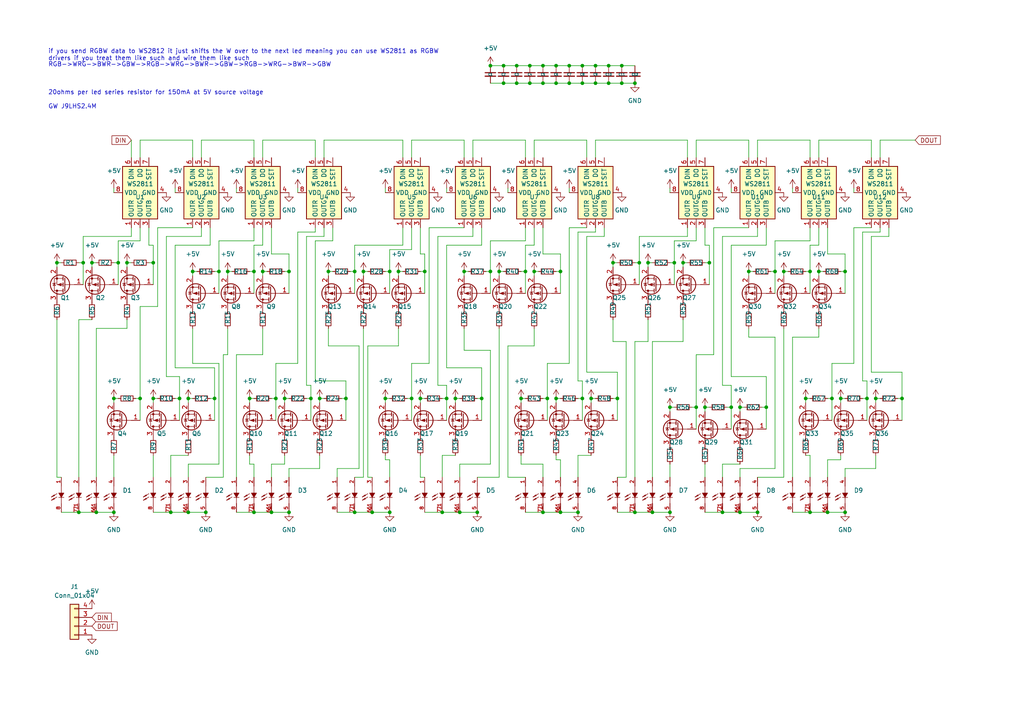
<source format=kicad_sch>
(kicad_sch (version 20230121) (generator eeschema)
  (paper "A4")
  (junction (at 157.48 24.13))
  (junction (at 227.33 78.74))
  (junction (at 33.02 115.57))
  (junction (at 168.91 24.13))
  (junction (at 139.7 115.57))
  (junction (at 142.24 78.74))
  (junction (at 177.8 76.2))
  (junction (at 161.29 24.13))
  (junction (at 100.33 115.57))
  (junction (at 187.96 76.2))
  (junction (at 129.54 115.57))
  (junction (at 73.66 148.59))
  (junction (at 245.11 148.59))
  (junction (at 33.02 148.59))
  (junction (at 119.38 115.57))
  (junction (at 195.58 76.2))
  (junction (at 83.82 78.74))
  (junction (at 161.29 115.57))
  (junction (at 72.39 115.57))
  (junction (at 22.86 148.59))
  (junction (at 92.71 115.57))
  (junction (at 113.03 78.74))
  (junction (at 157.48 148.59))
  (junction (at 243.84 115.57))
  (junction (at 162.56 148.59))
  (junction (at 240.03 148.59))
  (junction (at 180.34 19.05))
  (junction (at 149.86 24.13))
  (junction (at 146.05 19.05))
  (junction (at 82.55 115.57))
  (junction (at 123.19 78.74))
  (junction (at 152.4 78.74))
  (junction (at 54.61 115.57))
  (junction (at 83.82 148.59))
  (junction (at 134.62 78.74))
  (junction (at 73.66 78.74))
  (junction (at 224.79 78.74))
  (junction (at 205.74 76.2))
  (junction (at 34.29 76.2))
  (junction (at 115.57 78.74))
  (junction (at 234.95 78.74))
  (junction (at 165.1 24.13))
  (junction (at 189.23 148.59))
  (junction (at 40.64 115.57))
  (junction (at 214.63 148.59))
  (junction (at 52.07 115.57))
  (junction (at 107.95 148.59))
  (junction (at 251.46 115.57))
  (junction (at 63.5 78.74))
  (junction (at 204.47 118.11))
  (junction (at 55.88 78.74))
  (junction (at 167.64 148.59))
  (junction (at 171.45 115.57))
  (junction (at 95.25 78.74))
  (junction (at 102.87 78.74))
  (junction (at 66.04 78.74))
  (junction (at 36.83 76.2))
  (junction (at 168.91 19.05))
  (junction (at 151.13 115.57))
  (junction (at 185.42 76.2))
  (junction (at 217.17 78.74))
  (junction (at 146.05 24.13))
  (junction (at 44.45 76.2))
  (junction (at 153.67 24.13))
  (junction (at 179.07 115.57))
  (junction (at 184.15 148.59))
  (junction (at 76.2 78.74))
  (junction (at 176.53 24.13))
  (junction (at 54.61 148.59))
  (junction (at 44.45 115.57))
  (junction (at 161.29 19.05))
  (junction (at 121.92 115.57))
  (junction (at 201.93 118.11))
  (junction (at 105.41 78.74))
  (junction (at 138.43 148.59))
  (junction (at 59.69 148.59))
  (junction (at 62.23 115.57))
  (junction (at 154.94 78.74))
  (junction (at 149.86 19.05))
  (junction (at 133.35 148.59))
  (junction (at 111.76 115.57))
  (junction (at 176.53 19.05))
  (junction (at 132.08 115.57))
  (junction (at 102.87 148.59))
  (junction (at 24.13 76.2))
  (junction (at 194.31 148.59))
  (junction (at 212.09 118.11))
  (junction (at 194.31 118.11))
  (junction (at 144.78 78.74))
  (junction (at 222.25 118.11))
  (junction (at 90.17 115.57))
  (junction (at 78.74 148.59))
  (junction (at 80.01 115.57))
  (junction (at 26.67 76.2))
  (junction (at 245.11 78.74))
  (junction (at 241.3 115.57))
  (junction (at 128.27 148.59))
  (junction (at 233.68 115.57))
  (junction (at 172.72 19.05))
  (junction (at 261.62 115.57))
  (junction (at 49.53 148.59))
  (junction (at 180.34 24.13))
  (junction (at 16.51 76.2))
  (junction (at 209.55 148.59))
  (junction (at 157.48 19.05))
  (junction (at 219.71 148.59))
  (junction (at 27.94 148.59))
  (junction (at 234.95 148.59))
  (junction (at 153.67 19.05))
  (junction (at 168.91 115.57))
  (junction (at 184.15 24.13))
  (junction (at 165.1 19.05))
  (junction (at 172.72 24.13))
  (junction (at 254 115.57))
  (junction (at 198.12 76.2))
  (junction (at 237.49 78.74))
  (junction (at 142.24 19.05))
  (junction (at 162.56 78.74))
  (junction (at 113.03 148.59))
  (junction (at 158.75 115.57))
  (junction (at 214.63 118.11))
  (wire (pts (xy 72.39 115.57) (xy 72.39 116.84)))
  (wire (pts (xy 217.17 78.74) (xy 217.17 80.01)))
  (wire (pts (xy 158.75 121.92) (xy 158.75 115.57)))
  (wire (pts (xy 129.54 71.12) (xy 139.7 71.12)))
  (wire (pts (xy 104.14 100.33) (xy 95.25 100.33)))
  (wire (pts (xy 111.76 54.61) (xy 111.76 55.88)))
  (wire (pts (xy 128.27 148.59) (xy 123.19 148.59)))
  (wire (pts (xy 96.52 69.85) (xy 96.52 66.04)))
  (wire (pts (xy 187.96 76.2) (xy 189.23 76.2)))
  (wire (pts (xy 72.39 134.62) (xy 73.66 134.62)))
  (wire (pts (xy 123.19 85.09) (xy 123.19 78.74)))
  (wire (pts (xy 224.79 78.74) (xy 224.79 69.85)))
  (wire (pts (xy 50.8 115.57) (xy 52.07 115.57)))
  (wire (pts (xy 115.57 100.33) (xy 115.57 95.25)))
  (wire (pts (xy 252.73 107.95) (xy 252.73 68.58)))
  (wire (pts (xy 16.51 138.43) (xy 17.78 138.43)))
  (wire (pts (xy 157.48 66.04) (xy 157.48 73.66)))
  (wire (pts (xy 88.9 111.76) (xy 90.17 111.76)))
  (wire (pts (xy 54.61 115.57) (xy 55.88 115.57)))
  (wire (pts (xy 100.33 121.92) (xy 100.33 115.57)))
  (wire (pts (xy 149.86 19.05) (xy 153.67 19.05)))
  (wire (pts (xy 76.2 78.74) (xy 77.47 78.74)))
  (wire (pts (xy 113.03 148.59) (xy 107.95 148.59)))
  (wire (pts (xy 171.45 132.08) (xy 167.64 132.08)))
  (wire (pts (xy 44.45 82.55) (xy 44.45 76.2)))
  (wire (pts (xy 134.62 101.6) (xy 134.62 95.25)))
  (wire (pts (xy 153.67 24.13) (xy 157.48 24.13)))
  (wire (pts (xy 64.77 102.87) (xy 66.04 102.87)))
  (wire (pts (xy 127 68.58) (xy 127 111.76)))
  (wire (pts (xy 102.87 78.74) (xy 101.6 78.74)))
  (wire (pts (xy 201.93 69.85) (xy 201.93 66.04)))
  (wire (pts (xy 201.93 102.87) (xy 207.01 102.87)))
  (wire (pts (xy 54.61 134.62) (xy 63.5 134.62)))
  (wire (pts (xy 201.93 45.72) (xy 201.93 40.64)))
  (wire (pts (xy 105.41 78.74) (xy 106.68 78.74)))
  (wire (pts (xy 119.38 72.39) (xy 119.38 66.04)))
  (wire (pts (xy 50.8 71.12) (xy 60.96 71.12)))
  (wire (pts (xy 154.94 80.01) (xy 154.94 78.74)))
  (wire (pts (xy 92.71 116.84) (xy 92.71 115.57)))
  (wire (pts (xy 43.18 71.12) (xy 44.45 71.12)))
  (wire (pts (xy 100.33 110.49) (xy 91.44 110.49)))
  (wire (pts (xy 185.42 68.58) (xy 199.39 68.58)))
  (wire (pts (xy 147.32 54.61) (xy 147.32 55.88)))
  (wire (pts (xy 151.13 115.57) (xy 151.13 116.84)))
  (wire (pts (xy 241.3 121.92) (xy 241.3 115.57)))
  (wire (pts (xy 68.58 138.43) (xy 68.58 102.87)))
  (wire (pts (xy 142.24 24.13) (xy 146.05 24.13)))
  (wire (pts (xy 111.76 133.35) (xy 113.03 133.35)))
  (wire (pts (xy 250.19 110.49) (xy 251.46 110.49)))
  (wire (pts (xy 227.33 95.25) (xy 227.33 138.43)))
  (wire (pts (xy 162.56 148.59) (xy 157.48 148.59)))
  (wire (pts (xy 195.58 69.85) (xy 201.93 69.85)))
  (wire (pts (xy 241.3 115.57) (xy 240.03 115.57)))
  (wire (pts (xy 73.66 148.59) (xy 68.58 148.59)))
  (wire (pts (xy 204.47 118.11) (xy 205.74 118.11)))
  (wire (pts (xy 167.64 132.08) (xy 167.64 138.43)))
  (wire (pts (xy 222.25 109.22) (xy 212.09 109.22)))
  (wire (pts (xy 138.43 148.59) (xy 133.35 148.59)))
  (wire (pts (xy 154.94 71.12) (xy 154.94 66.04)))
  (wire (pts (xy 161.29 116.84) (xy 161.29 115.57)))
  (wire (pts (xy 161.29 24.13) (xy 165.1 24.13)))
  (wire (pts (xy 95.25 78.74) (xy 95.25 80.01)))
  (wire (pts (xy 201.93 118.11) (xy 200.66 118.11)))
  (wire (pts (xy 44.45 76.2) (xy 43.18 76.2)))
  (wire (pts (xy 167.64 110.49) (xy 168.91 110.49)))
  (wire (pts (xy 172.72 45.72) (xy 172.72 40.64)))
  (wire (pts (xy 36.83 92.71) (xy 36.83 95.25)))
  (wire (pts (xy 38.1 40.64) (xy 38.1 45.72)))
  (wire (pts (xy 121.92 138.43) (xy 123.19 138.43)))
  (wire (pts (xy 124.46 66.04) (xy 124.46 105.41)))
  (wire (pts (xy 33.02 54.61) (xy 33.02 55.88)))
  (wire (pts (xy 243.84 133.35) (xy 243.84 132.08)))
  (wire (pts (xy 80.01 121.92) (xy 80.01 115.57)))
  (wire (pts (xy 105.41 95.25) (xy 105.41 138.43)))
  (wire (pts (xy 102.87 85.09) (xy 102.87 78.74)))
  (wire (pts (xy 165.1 66.04) (xy 170.18 66.04)))
  (wire (pts (xy 207.01 66.04) (xy 217.17 66.04)))
  (wire (pts (xy 179.07 76.2) (xy 177.8 76.2)))
  (wire (pts (xy 68.58 102.87) (xy 76.2 102.87)))
  (wire (pts (xy 44.45 116.84) (xy 44.45 115.57)))
  (wire (pts (xy 247.65 105.41) (xy 247.65 66.04)))
  (wire (pts (xy 92.71 115.57) (xy 93.98 115.57)))
  (wire (pts (xy 43.18 66.04) (xy 43.18 71.12)))
  (wire (pts (xy 245.11 85.09) (xy 245.11 78.74)))
  (wire (pts (xy 229.87 138.43) (xy 229.87 97.79)))
  (wire (pts (xy 73.66 69.85) (xy 73.66 66.04)))
  (wire (pts (xy 204.47 66.04) (xy 204.47 71.12)))
  (wire (pts (xy 106.68 100.33) (xy 115.57 100.33)))
  (wire (pts (xy 254 135.89) (xy 254 132.08)))
  (wire (pts (xy 78.74 148.59) (xy 73.66 148.59)))
  (wire (pts (xy 63.5 134.62) (xy 63.5 105.41)))
  (wire (pts (xy 227.33 78.74) (xy 228.6 78.74)))
  (wire (pts (xy 95.25 100.33) (xy 95.25 95.25)))
  (wire (pts (xy 237.49 78.74) (xy 238.76 78.74)))
  (wire (pts (xy 217.17 40.64) (xy 217.17 45.72)))
  (wire (pts (xy 113.03 115.57) (xy 111.76 115.57)))
  (wire (pts (xy 142.24 78.74) (xy 140.97 78.74)))
  (wire (pts (xy 33.02 76.2) (xy 34.29 76.2)))
  (wire (pts (xy 194.31 148.59) (xy 189.23 148.59)))
  (wire (pts (xy 237.49 40.64) (xy 252.73 40.64)))
  (wire (pts (xy 219.71 148.59) (xy 214.63 148.59)))
  (wire (pts (xy 194.31 138.43) (xy 194.31 134.62)))
  (wire (pts (xy 254 116.84) (xy 254 115.57)))
  (wire (pts (xy 237.49 80.01) (xy 237.49 78.74)))
  (wire (pts (xy 59.69 138.43) (xy 64.77 138.43)))
  (wire (pts (xy 170.18 107.95) (xy 170.18 68.58)))
  (wire (pts (xy 76.2 71.12) (xy 76.2 66.04)))
  (wire (pts (xy 83.82 135.89) (xy 92.71 135.89)))
  (wire (pts (xy 218.44 78.74) (xy 217.17 78.74)))
  (wire (pts (xy 45.72 88.9) (xy 40.64 88.9)))
  (wire (pts (xy 62.23 121.92) (xy 62.23 115.57)))
  (wire (pts (xy 234.95 138.43) (xy 234.95 132.08)))
  (wire (pts (xy 119.38 115.57) (xy 118.11 115.57)))
  (wire (pts (xy 201.93 40.64) (xy 217.17 40.64)))
  (wire (pts (xy 181.61 138.43) (xy 181.61 99.06)))
  (wire (pts (xy 102.87 71.12) (xy 116.84 71.12)))
  (wire (pts (xy 212.09 111.76) (xy 212.09 118.11)))
  (wire (pts (xy 184.15 148.59) (xy 179.07 148.59)))
  (wire (pts (xy 83.82 78.74) (xy 82.55 78.74)))
  (wire (pts (xy 250.19 67.31) (xy 250.19 110.49)))
  (wire (pts (xy 234.95 132.08) (xy 233.68 132.08)))
  (wire (pts (xy 229.87 97.79) (xy 237.49 97.79)))
  (wire (pts (xy 133.35 148.59) (xy 128.27 148.59)))
  (wire (pts (xy 247.65 54.61) (xy 247.65 55.88)))
  (wire (pts (xy 139.7 121.92) (xy 139.7 115.57)))
  (wire (pts (xy 121.92 132.08) (xy 121.92 138.43)))
  (wire (pts (xy 224.79 78.74) (xy 223.52 78.74)))
  (wire (pts (xy 36.83 76.2) (xy 38.1 76.2)))
  (wire (pts (xy 72.39 132.08) (xy 72.39 134.62)))
  (wire (pts (xy 154.94 45.72) (xy 154.94 40.64)))
  (wire (pts (xy 204.47 134.62) (xy 204.47 138.43)))
  (wire (pts (xy 250.19 67.31) (xy 255.27 67.31)))
  (wire (pts (xy 17.78 76.2) (xy 16.51 76.2)))
  (wire (pts (xy 161.29 133.35) (xy 161.29 132.08)))
  (wire (pts (xy 207.01 102.87) (xy 207.01 66.04)))
  (wire (pts (xy 179.07 121.92) (xy 179.07 115.57)))
  (wire (pts (xy 116.84 71.12) (xy 116.84 66.04)))
  (wire (pts (xy 234.95 115.57) (xy 233.68 115.57)))
  (wire (pts (xy 251.46 115.57) (xy 251.46 121.92)))
  (wire (pts (xy 168.91 110.49) (xy 168.91 115.57)))
  (wire (pts (xy 83.82 73.66) (xy 83.82 78.74)))
  (wire (pts (xy 102.87 71.12) (xy 102.87 78.74)))
  (wire (pts (xy 134.62 40.64) (xy 134.62 45.72)))
  (wire (pts (xy 201.93 124.46) (xy 201.93 118.11)))
  (wire (pts (xy 82.55 116.84) (xy 82.55 115.57)))
  (wire (pts (xy 205.74 76.2) (xy 204.47 76.2)))
  (wire (pts (xy 157.48 148.59) (xy 152.4 148.59)))
  (wire (pts (xy 33.02 132.08) (xy 33.02 138.43)))
  (wire (pts (xy 137.16 40.64) (xy 152.4 40.64)))
  (wire (pts (xy 119.38 121.92) (xy 119.38 115.57)))
  (wire (pts (xy 26.67 76.2) (xy 27.94 76.2)))
  (wire (pts (xy 224.79 69.85) (xy 234.95 69.85)))
  (wire (pts (xy 73.66 78.74) (xy 73.66 71.12)))
  (wire (pts (xy 92.71 135.89) (xy 92.71 132.08)))
  (wire (pts (xy 189.23 138.43) (xy 189.23 99.06)))
  (wire (pts (xy 189.23 99.06) (xy 198.12 99.06)))
  (wire (pts (xy 161.29 115.57) (xy 162.56 115.57)))
  (wire (pts (xy 176.53 24.13) (xy 180.34 24.13)))
  (wire (pts (xy 176.53 19.05) (xy 180.34 19.05)))
  (wire (pts (xy 181.61 99.06) (xy 177.8 99.06)))
  (wire (pts (xy 49.53 138.43) (xy 49.53 132.08)))
  (wire (pts (xy 154.94 100.33) (xy 154.94 95.25)))
  (wire (pts (xy 152.4 69.85) (xy 152.4 66.04)))
  (wire (pts (xy 34.29 69.85) (xy 40.64 69.85)))
  (wire (pts (xy 241.3 115.57) (xy 241.3 105.41)))
  (wire (pts (xy 255.27 40.64) (xy 265.43 40.64)))
  (wire (pts (xy 185.42 68.58) (xy 185.42 76.2)))
  (wire (pts (xy 195.58 76.2) (xy 195.58 82.55)))
  (wire (pts (xy 209.55 68.58) (xy 209.55 111.76)))
  (wire (pts (xy 48.26 109.22) (xy 52.07 109.22)))
  (wire (pts (xy 222.25 124.46) (xy 222.25 118.11)))
  (wire (pts (xy 168.91 24.13) (xy 172.72 24.13)))
  (wire (pts (xy 179.07 138.43) (xy 181.61 138.43)))
  (wire (pts (xy 45.72 66.04) (xy 55.88 66.04)))
  (wire (pts (xy 168.91 19.05) (xy 172.72 19.05)))
  (wire (pts (xy 129.54 54.61) (xy 129.54 55.88)))
  (wire (pts (xy 195.58 76.2) (xy 195.58 69.85)))
  (wire (pts (xy 83.82 85.09) (xy 83.82 78.74)))
  (wire (pts (xy 78.74 73.66) (xy 83.82 73.66)))
  (wire (pts (xy 261.62 115.57) (xy 260.35 115.57)))
  (wire (pts (xy 34.29 115.57) (xy 33.02 115.57)))
  (wire (pts (xy 90.17 115.57) (xy 90.17 121.92)))
  (wire (pts (xy 209.55 134.62) (xy 214.63 134.62)))
  (wire (pts (xy 167.64 67.31) (xy 172.72 67.31)))
  (wire (pts (xy 195.58 118.11) (xy 194.31 118.11)))
  (wire (pts (xy 129.54 106.68) (xy 139.7 106.68)))
  (wire (pts (xy 107.95 148.59) (xy 102.87 148.59)))
  (wire (pts (xy 214.63 138.43) (xy 214.63 135.89)))
  (wire (pts (xy 38.1 68.58) (xy 38.1 66.04)))
  (wire (pts (xy 91.44 69.85) (xy 91.44 110.49)))
  (wire (pts (xy 153.67 19.05) (xy 157.48 19.05)))
  (wire (pts (xy 44.45 115.57) (xy 45.72 115.57)))
  (wire (pts (xy 64.77 138.43) (xy 64.77 102.87)))
  (wire (pts (xy 137.16 45.72) (xy 137.16 40.64)))
  (wire (pts (xy 212.09 71.12) (xy 212.09 109.22)))
  (wire (pts (xy 185.42 76.2) (xy 184.15 76.2)))
  (wire (pts (xy 66.04 80.01) (xy 66.04 78.74)))
  (wire (pts (xy 180.34 19.05) (xy 184.15 19.05)))
  (wire (pts (xy 219.71 45.72) (xy 219.71 40.64)))
  (wire (pts (xy 144.78 80.01) (xy 144.78 78.74)))
  (wire (pts (xy 27.94 95.25) (xy 27.94 138.43)))
  (wire (pts (xy 209.55 111.76) (xy 212.09 111.76)))
  (wire (pts (xy 199.39 40.64) (xy 199.39 45.72)))
  (wire (pts (xy 76.2 80.01) (xy 76.2 78.74)))
  (wire (pts (xy 100.33 115.57) (xy 99.06 115.57)))
  (wire (pts (xy 119.38 105.41) (xy 124.46 105.41)))
  (wire (pts (xy 187.96 99.06) (xy 184.15 99.06)))
  (wire (pts (xy 229.87 54.61) (xy 229.87 55.88)))
  (wire (pts (xy 255.27 67.31) (xy 255.27 66.04)))
  (wire (pts (xy 240.03 66.04) (xy 240.03 73.66)))
  (wire (pts (xy 234.95 40.64) (xy 234.95 45.72)))
  (wire (pts (xy 24.13 82.55) (xy 24.13 76.2)))
  (wire (pts (xy 261.62 107.95) (xy 252.73 107.95)))
  (wire (pts (xy 245.11 135.89) (xy 254 135.89)))
  (wire (pts (xy 24.13 68.58) (xy 24.13 76.2)))
  (wire (pts (xy 62.23 115.57) (xy 60.96 115.57)))
  (wire (pts (xy 261.62 107.95) (xy 261.62 115.57)))
  (wire (pts (xy 66.04 78.74) (xy 67.31 78.74)))
  (wire (pts (xy 240.03 133.35) (xy 243.84 133.35)))
  (wire (pts (xy 144.78 95.25) (xy 144.78 138.43)))
  (wire (pts (xy 73.66 115.57) (xy 72.39 115.57)))
  (wire (pts (xy 96.52 78.74) (xy 95.25 78.74)))
  (wire (pts (xy 40.64 121.92) (xy 40.64 115.57)))
  (wire (pts (xy 116.84 40.64) (xy 116.84 45.72)))
  (wire (pts (xy 121.92 73.66) (xy 123.19 73.66)))
  (wire (pts (xy 245.11 73.66) (xy 245.11 78.74)))
  (wire (pts (xy 124.46 66.04) (xy 134.62 66.04)))
  (wire (pts (xy 111.76 78.74) (xy 113.03 78.74)))
  (wire (pts (xy 48.26 68.58) (xy 48.26 109.22)))
  (wire (pts (xy 171.45 116.84) (xy 171.45 115.57)))
  (wire (pts (xy 250.19 115.57) (xy 251.46 115.57)))
  (wire (pts (xy 113.03 78.74) (xy 113.03 72.39)))
  (wire (pts (xy 100.33 115.57) (xy 100.33 110.49)))
  (wire (pts (xy 240.03 138.43) (xy 240.03 133.35)))
  (wire (pts (xy 49.53 148.59) (xy 44.45 148.59)))
  (wire (pts (xy 233.68 78.74) (xy 234.95 78.74)))
  (wire (pts (xy 162.56 85.09) (xy 162.56 78.74)))
  (wire (pts (xy 243.84 116.84) (xy 243.84 115.57)))
  (wire (pts (xy 78.74 66.04) (xy 78.74 73.66)))
  (wire (pts (xy 40.64 88.9) (xy 40.64 115.57)))
  (wire (pts (xy 167.64 67.31) (xy 167.64 110.49)))
  (wire (pts (xy 48.26 68.58) (xy 58.42 68.58)))
  (wire (pts (xy 97.79 138.43) (xy 97.79 135.89)))
  (wire (pts (xy 152.4 138.43) (xy 147.32 138.43)))
  (wire (pts (xy 170.18 40.64) (xy 170.18 45.72)))
  (wire (pts (xy 151.13 78.74) (xy 152.4 78.74)))
  (wire (pts (xy 217.17 97.79) (xy 217.17 95.25)))
  (wire (pts (xy 58.42 40.64) (xy 73.66 40.64)))
  (wire (pts (xy 133.35 134.62) (xy 142.24 134.62)))
  (wire (pts (xy 52.07 115.57) (xy 52.07 121.92)))
  (wire (pts (xy 147.32 138.43) (xy 147.32 100.33)))
  (wire (pts (xy 60.96 71.12) (xy 60.96 66.04)))
  (wire (pts (xy 91.44 69.85) (xy 96.52 69.85)))
  (wire (pts (xy 129.54 71.12) (xy 129.54 106.68)))
  (wire (pts (xy 167.64 148.59) (xy 162.56 148.59)))
  (wire (pts (xy 88.9 68.58) (xy 88.9 111.76)))
  (wire (pts (xy 142.24 78.74) (xy 142.24 69.85)))
  (wire (pts (xy 132.08 115.57) (xy 133.35 115.57)))
  (wire (pts (xy 113.03 138.43) (xy 113.03 133.35)))
  (wire (pts (xy 134.62 78.74) (xy 134.62 80.01)))
  (wire (pts (xy 219.71 138.43) (xy 227.33 138.43)))
  (wire (pts (xy 113.03 78.74) (xy 113.03 85.09)))
  (wire (pts (xy 185.42 82.55) (xy 185.42 76.2)))
  (wire (pts (xy 219.71 68.58) (xy 219.71 66.04)))
  (wire (pts (xy 162.56 73.66) (xy 162.56 78.74)))
  (wire (pts (xy 34.29 76.2) (xy 34.29 82.55)))
  (wire (pts (xy 115.57 80.01) (xy 115.57 78.74)))
  (wire (pts (xy 55.88 40.64) (xy 55.88 45.72)))
  (wire (pts (xy 73.66 78.74) (xy 73.66 85.09)))
  (wire (pts (xy 212.09 54.61) (xy 212.09 55.88)))
  (wire (pts (xy 168.91 115.57) (xy 168.91 121.92)))
  (wire (pts (xy 80.01 105.41) (xy 86.36 105.41)))
  (wire (pts (xy 106.68 138.43) (xy 107.95 138.43)))
  (wire (pts (xy 119.38 40.64) (xy 134.62 40.64)))
  (wire (pts (xy 113.03 72.39) (xy 119.38 72.39)))
  (wire (pts (xy 97.79 135.89) (xy 104.14 135.89)))
  (wire (pts (xy 78.74 138.43) (xy 78.74 134.62)))
  (wire (pts (xy 102.87 148.59) (xy 97.79 148.59)))
  (wire (pts (xy 50.8 106.68) (xy 62.23 106.68)))
  (wire (pts (xy 152.4 78.74) (xy 152.4 71.12)))
  (wire (pts (xy 172.72 24.13) (xy 176.53 24.13)))
  (wire (pts (xy 252.73 68.58) (xy 257.81 68.58)))
  (wire (pts (xy 172.72 67.31) (xy 172.72 66.04)))
  (wire (pts (xy 128.27 138.43) (xy 128.27 132.08)))
  (wire (pts (xy 147.32 100.33) (xy 154.94 100.33)))
  (wire (pts (xy 162.56 78.74) (xy 161.29 78.74)))
  (wire (pts (xy 205.74 82.55) (xy 205.74 76.2)))
  (wire (pts (xy 52.07 109.22) (xy 52.07 115.57)))
  (wire (pts (xy 63.5 78.74) (xy 62.23 78.74)))
  (wire (pts (xy 237.49 71.12) (xy 237.49 66.04)))
  (wire (pts (xy 157.48 24.13) (xy 161.29 24.13)))
  (wire (pts (xy 243.84 115.57) (xy 245.11 115.57)))
  (wire (pts (xy 129.54 111.76) (xy 129.54 115.57)))
  (wire (pts (xy 234.95 78.74) (xy 234.95 71.12)))
  (wire (pts (xy 157.48 73.66) (xy 162.56 73.66)))
  (wire (pts (xy 135.89 78.74) (xy 134.62 78.74)))
  (wire (pts (xy 245.11 138.43) (xy 245.11 135.89)))
  (wire (pts (xy 247.65 66.04) (xy 252.73 66.04)))
  (wire (pts (xy 121.92 116.84) (xy 121.92 115.57)))
  (wire (pts (xy 149.86 24.13) (xy 153.67 24.13)))
  (wire (pts (xy 58.42 68.58) (xy 58.42 66.04)))
  (wire (pts (xy 158.75 115.57) (xy 157.48 115.57)))
  (wire (pts (xy 105.41 138.43) (xy 102.87 138.43)))
  (wire (pts (xy 219.71 40.64) (xy 234.95 40.64)))
  (wire (pts (xy 63.5 85.09) (xy 63.5 78.74)))
  (wire (pts (xy 45.72 66.04) (xy 45.72 88.9)))
  (wire (pts (xy 152.4 78.74) (xy 152.4 85.09)))
  (wire (pts (xy 73.66 134.62) (xy 73.66 138.43)))
  (wire (pts (xy 142.24 134.62) (xy 142.24 101.6)))
  (wire (pts (xy 93.98 45.72) (xy 93.98 40.64)))
  (wire (pts (xy 58.42 45.72) (xy 58.42 40.64)))
  (wire (pts (xy 68.58 54.61) (xy 68.58 55.88)))
  (wire (pts (xy 50.8 54.61) (xy 50.8 55.88)))
  (wire (pts (xy 76.2 40.64) (xy 91.44 40.64)))
  (wire (pts (xy 144.78 78.74) (xy 146.05 78.74)))
  (wire (pts (xy 158.75 105.41) (xy 165.1 105.41)))
  (wire (pts (xy 209.55 68.58) (xy 219.71 68.58)))
  (wire (pts (xy 128.27 115.57) (xy 129.54 115.57)))
  (wire (pts (xy 121.92 66.04) (xy 121.92 73.66)))
  (wire (pts (xy 27.94 148.59) (xy 22.86 148.59)))
  (wire (pts (xy 119.38 45.72) (xy 119.38 40.64)))
  (wire (pts (xy 16.51 76.2) (xy 16.51 77.47)))
  (wire (pts (xy 171.45 115.57) (xy 172.72 115.57)))
  (wire (pts (xy 115.57 78.74) (xy 116.84 78.74)))
  (wire (pts (xy 205.74 71.12) (xy 205.74 76.2)))
  (wire (pts (xy 222.25 109.22) (xy 222.25 118.11)))
  (wire (pts (xy 194.31 54.61) (xy 194.31 55.88)))
  (wire (pts (xy 170.18 68.58) (xy 175.26 68.58)))
  (wire (pts (xy 142.24 101.6) (xy 134.62 101.6)))
  (wire (pts (xy 237.49 97.79) (xy 237.49 95.25)))
  (wire (pts (xy 240.03 73.66) (xy 245.11 73.66)))
  (wire (pts (xy 139.7 115.57) (xy 138.43 115.57)))
  (wire (pts (xy 22.86 92.71) (xy 26.67 92.71)))
  (wire (pts (xy 40.64 69.85) (xy 40.64 66.04)))
  (wire (pts (xy 62.23 106.68) (xy 62.23 115.57)))
  (wire (pts (xy 63.5 105.41) (xy 55.88 105.41)))
  (wire (pts (xy 229.87 148.59) (xy 234.95 148.59)))
  (wire (pts (xy 198.12 92.71) (xy 198.12 99.06)))
  (wire (pts (xy 36.83 77.47) (xy 36.83 76.2)))
  (wire (pts (xy 93.98 40.64) (xy 116.84 40.64)))
  (wire (pts (xy 222.25 71.12) (xy 222.25 66.04)))
  (wire (pts (xy 146.05 19.05) (xy 149.86 19.05)))
  (wire (pts (xy 245.11 148.59) (xy 240.03 148.59)))
  (wire (pts (xy 90.17 111.76) (xy 90.17 115.57)))
  (wire (pts (xy 78.74 134.62) (xy 82.55 134.62)))
  (wire (pts (xy 22.86 138.43) (xy 22.86 92.71)))
  (wire (pts (xy 129.54 115.57) (xy 129.54 121.92)))
  (wire (pts (xy 251.46 110.49) (xy 251.46 115.57)))
  (wire (pts (xy 128.27 132.08) (xy 132.08 132.08)))
  (wire (pts (xy 88.9 115.57) (xy 90.17 115.57)))
  (wire (pts (xy 83.82 148.59) (xy 78.74 148.59)))
  (wire (pts (xy 123.19 73.66) (xy 123.19 78.74)))
  (wire (pts (xy 24.13 68.58) (xy 38.1 68.58)))
  (wire (pts (xy 63.5 78.74) (xy 63.5 69.85)))
  (wire (pts (xy 187.96 92.71) (xy 187.96 99.06)))
  (wire (pts (xy 139.7 71.12) (xy 139.7 66.04)))
  (wire (pts (xy 204.47 71.12) (xy 205.74 71.12)))
  (wire (pts (xy 172.72 40.64) (xy 199.39 40.64)))
  (wire (pts (xy 189.23 148.59) (xy 184.15 148.59)))
  (wire (pts (xy 91.44 40.64) (xy 91.44 45.72)))
  (wire (pts (xy 33.02 115.57) (xy 33.02 116.84)))
  (wire (pts (xy 138.43 138.43) (xy 144.78 138.43)))
  (wire (pts (xy 261.62 121.92) (xy 261.62 115.57)))
  (wire (pts (xy 91.44 67.31) (xy 91.44 66.04)))
  (wire (pts (xy 139.7 106.68) (xy 139.7 115.57)))
  (wire (pts (xy 233.68 115.57) (xy 233.68 116.84)))
  (wire (pts (xy 123.19 78.74) (xy 121.92 78.74)))
  (wire (pts (xy 73.66 40.64) (xy 73.66 45.72)))
  (wire (pts (xy 121.92 115.57) (xy 123.19 115.57)))
  (wire (pts (xy 255.27 45.72) (xy 255.27 40.64)))
  (wire (pts (xy 105.41 80.01) (xy 105.41 78.74)))
  (wire (pts (xy 106.68 138.43) (xy 106.68 100.33)))
  (wire (pts (xy 146.05 24.13) (xy 149.86 24.13)))
  (wire (pts (xy 234.95 71.12) (xy 237.49 71.12)))
  (wire (pts (xy 245.11 78.74) (xy 243.84 78.74)))
  (wire (pts (xy 234.95 78.74) (xy 234.95 85.09)))
  (wire (pts (xy 165.1 19.05) (xy 168.91 19.05)))
  (wire (pts (xy 172.72 19.05) (xy 176.53 19.05)))
  (wire (pts (xy 49.53 132.08) (xy 54.61 132.08)))
  (wire (pts (xy 214.63 118.11) (xy 215.9 118.11)))
  (wire (pts (xy 86.36 105.41) (xy 86.36 67.31)))
  (wire (pts (xy 127 111.76) (xy 129.54 111.76)))
  (wire (pts (xy 214.63 148.59) (xy 209.55 148.59)))
  (wire (pts (xy 210.82 118.11) (xy 212.09 118.11)))
  (wire (pts (xy 16.51 92.71) (xy 16.51 138.43)))
  (wire (pts (xy 194.31 76.2) (xy 195.58 76.2)))
  (wire (pts (xy 165.1 24.13) (xy 168.91 24.13)))
  (wire (pts (xy 104.14 135.89) (xy 104.14 100.33)))
  (wire (pts (xy 80.01 115.57) (xy 78.74 115.57)))
  (wire (pts (xy 234.95 69.85) (xy 234.95 66.04)))
  (wire (pts (xy 157.48 19.05) (xy 161.29 19.05)))
  (wire (pts (xy 175.26 66.04) (xy 175.26 68.58)))
  (wire (pts (xy 177.8 92.71) (xy 177.8 99.06)))
  (wire (pts (xy 119.38 115.57) (xy 119.38 105.41)))
  (wire (pts (xy 137.16 68.58) (xy 137.16 66.04)))
  (wire (pts (xy 73.66 71.12) (xy 76.2 71.12)))
  (wire (pts (xy 93.98 68.58) (xy 93.98 66.04)))
  (wire (pts (xy 241.3 105.41) (xy 247.65 105.41)))
  (wire (pts (xy 212.09 71.12) (xy 222.25 71.12)))
  (wire (pts (xy 22.86 148.59) (xy 17.78 148.59)))
  (wire (pts (xy 111.76 115.57) (xy 111.76 116.84)))
  (wire (pts (xy 40.64 40.64) (xy 55.88 40.64)))
  (wire (pts (xy 224.79 97.79) (xy 217.17 97.79)))
  (wire (pts (xy 158.75 115.57) (xy 158.75 105.41)))
  (wire (pts (xy 194.31 118.11) (xy 194.31 119.38)))
  (wire (pts (xy 165.1 105.41) (xy 165.1 66.04)))
  (wire (pts (xy 227.33 80.01) (xy 227.33 78.74)))
  (wire (pts (xy 24.13 76.2) (xy 22.86 76.2)))
  (wire (pts (xy 63.5 69.85) (xy 73.66 69.85)))
  (wire (pts (xy 240.03 148.59) (xy 234.95 148.59)))
  (wire (pts (xy 142.24 69.85) (xy 152.4 69.85)))
  (wire (pts (xy 254 115.57) (xy 255.27 115.57)))
  (wire (pts (xy 179.07 115.57) (xy 177.8 115.57)))
  (wire (pts (xy 162.56 138.43) (xy 162.56 133.35)))
  (wire (pts (xy 36.83 95.25) (xy 27.94 95.25)))
  (wire (pts (xy 180.34 24.13) (xy 184.15 24.13)))
  (wire (pts (xy 72.39 78.74) (xy 73.66 78.74)))
  (wire (pts (xy 82.55 115.57) (xy 83.82 115.57)))
  (wire (pts (xy 162.56 133.35) (xy 161.29 133.35)))
  (wire (pts (xy 33.02 148.59) (xy 27.94 148.59)))
  (wire (pts (xy 83.82 138.43) (xy 83.82 135.89)))
  (wire (pts (xy 154.94 78.74) (xy 156.21 78.74)))
  (wire (pts (xy 167.64 115.57) (xy 168.91 115.57)))
  (wire (pts (xy 132.08 116.84) (xy 132.08 115.57)))
  (wire (pts (xy 44.45 71.12) (xy 44.45 76.2)))
  (wire (pts (xy 55.88 78.74) (xy 55.88 80.01)))
  (wire (pts (xy 198.12 77.47) (xy 198.12 76.2)))
  (wire (pts (xy 214.63 119.38) (xy 214.63 118.11)))
  (wire (pts (xy 151.13 134.62) (xy 157.48 134.62)))
  (wire (pts (xy 222.25 118.11) (xy 220.98 118.11)))
  (wire (pts (xy 40.64 45.72) (xy 40.64 40.64)))
  (wire (pts (xy 201.93 118.11) (xy 201.93 102.87)))
  (wire (pts (xy 76.2 45.72) (xy 76.2 40.64)))
  (wire (pts (xy 198.12 76.2) (xy 199.39 76.2)))
  (wire (pts (xy 204.47 119.38) (xy 204.47 118.11)))
  (wire (pts (xy 257.81 66.04) (xy 257.81 68.58)))
  (wire (pts (xy 54.61 138.43) (xy 54.61 134.62)))
  (wire (pts (xy 133.35 138.43) (xy 133.35 134.62)))
  (wire (pts (xy 55.88 105.41) (xy 55.88 95.25)))
  (wire (pts (xy 214.63 135.89) (xy 224.79 135.89)))
  (wire (pts (xy 40.64 115.57) (xy 39.37 115.57)))
  (wire (pts (xy 50.8 71.12) (xy 50.8 106.68)))
  (wire (pts (xy 151.13 132.08) (xy 151.13 134.62)))
  (wire (pts (xy 142.24 19.05) (xy 146.05 19.05)))
  (wire (pts (xy 209.55 148.59) (xy 204.47 148.59)))
  (wire (pts (xy 142.24 85.09) (xy 142.24 78.74)))
  (wire (pts (xy 179.07 107.95) (xy 179.07 115.57)))
  (wire (pts (xy 187.96 77.47) (xy 187.96 76.2)))
  (wire (pts (xy 199.39 68.58) (xy 199.39 66.04)))
  (wire (pts (xy 212.09 118.11) (xy 212.09 124.46)))
  (wire (pts (xy 154.94 40.64) (xy 170.18 40.64)))
  (wire (pts (xy 209.55 138.43) (xy 209.55 134.62)))
  (wire (pts (xy 127 68.58) (xy 137.16 68.58)))
  (wire (pts (xy 88.9 68.58) (xy 93.98 68.58)))
  (wire (pts (xy 86.36 67.31) (xy 91.44 67.31)))
  (wire (pts (xy 157.48 134.62) (xy 157.48 138.43)))
  (wire (pts (xy 152.4 40.64) (xy 152.4 45.72)))
  (wire (pts (xy 165.1 54.61) (xy 165.1 55.88)))
  (wire (pts (xy 111.76 133.35) (xy 111.76 132.08)))
  (wire (pts (xy 59.69 148.59) (xy 54.61 148.59)))
  (wire (pts (xy 224.79 85.09) (xy 224.79 78.74)))
  (wire (pts (xy 54.61 148.59) (xy 49.53 148.59)))
  (wire (pts (xy 152.4 71.12) (xy 154.94 71.12)))
  (wire (pts (xy 44.45 132.08) (xy 44.45 138.43)))
  (wire (pts (xy 177.8 76.2) (xy 177.8 77.47)))
  (wire (pts (xy 237.49 45.72) (xy 237.49 40.64)))
  (wire (pts (xy 54.61 116.84) (xy 54.61 115.57)))
  (wire (pts (xy 80.01 115.57) (xy 80.01 105.41)))
  (wire (pts (xy 184.15 99.06) (xy 184.15 138.43)))
  (wire (pts (xy 161.29 19.05) (xy 165.1 19.05)))
  (wire (pts (xy 152.4 115.57) (xy 151.13 115.57)))
  (wire (pts (xy 76.2 102.87) (xy 76.2 95.25)))
  (wire (pts (xy 86.36 54.61) (xy 86.36 55.88)))
  (wire (pts (xy 179.07 107.95) (xy 170.18 107.95)))
  (wire (pts (xy 57.15 78.74) (xy 55.88 78.74)))
  (wire (pts (xy 224.79 135.89) (xy 224.79 97.79)))
  (wire (pts (xy 252.73 40.64) (xy 252.73 45.72)))
  (wire (pts (xy 26.67 77.47) (xy 26.67 76.2)))
  (wire (pts (xy 66.04 102.87) (xy 66.04 95.25)))
  (wire (pts (xy 34.29 76.2) (xy 34.29 69.85)))
  (wire (pts (xy 82.55 134.62) (xy 82.55 132.08)))
  (text "if you send RGBW data to WS2812 it just shifts the W over to the next led meaning you can use WS2811 as RGBW\ndrivers if you treat them like such and wire them like such" (at 13.97 17.78 0) (effects (font (size 1.27 1.27)) (justify left bottom)))
  (text "20ohms per led series resistor for 150mA at 5V source voltage \n\nGW J9LHS2.4M" (at 13.97 31.75 0) (effects (font (size 1.27 1.27)) (justify left bottom)))
  (text "RGB->WRG->BWR->GBW->RGB->WRG->BWR->GBW->RGB->WRG->BWR->GBW\n\n" (at 13.97 21.59 0) (effects (font (size 1.27 1.27)) (justify left bottom)))
  (global_label "DIN" (shape input) (at 38.1 40.64 180) (property "Intersheetrefs" "${INTERSHEET_REFS}" (effects hide)))
  (global_label "DIN" (shape input) (at 26.67 179.07 0) (property "Intersheetrefs" "${INTERSHEET_REFS}" (effects hide)))
  (global_label "DOUT" (shape input) (at 265.43 40.64 0) (property "Intersheetrefs" "${INTERSHEET_REFS}" (effects hide)))
  (global_label "DOUT" (shape input) (at 26.67 181.61 0) (property "Intersheetrefs" "${INTERSHEET_REFS}" (effects hide)))
  (symbol (lib_id "power:+5V") (at 76.2 78.74 0) (unit 1)
    (property "Reference" "#PWR033" (effects hide))
    (property "Value" "+5V" (at 76.2 73.66 0))
  )
  (symbol (lib_id "power:GND") (at 138.43 148.59 0) (unit 1)
    (property "Reference" "#PWR025" (effects hide))
    (property "Value" "GND" (at 138.43 153.67 0))
  )
  (symbol (lib_id "Device:R_Small") (at 165.1 115.57 90) (unit 1)
    (property "Reference" "R46" (at 165.1 115.57 90))
    (property "Value" "10K 0402" (effects hide))
    (property "Footprint" "Resistor_SMD:R_0402_1005Metric" (effects hide))
  )
  (symbol (lib_id "Driver_LED:WS2811") (at 76.2 55.88 90) (mirror x) (unit 1)
    (property "Reference" "U3" (at 76.2 57.15 90))
    (property "Value" "WS2811" (at 76.2 53.34 90))
    (property "Footprint" "Package_SO:SOIC-8_3.9x4.9mm_P1.27mm" (effects hide))
    (property "Datasheet" "https://cdn-shop.adafruit.com/datasheets/WS2811.pdf" (effects hide))
  )
  (symbol (lib_id "Device:C_Small") (at 176.53 21.59 0) (unit 1)
    (property "Reference" "C10" (at 176.53 21.59 0) (effects (font (size 0.635 0.635))))
    (property "Value" "0402 100uF" (effects hide))
    (property "Footprint" "Capacitor_SMD:C_0402_1005Metric" (effects hide))
  )
  (symbol (lib_id "Device:R_Small") (at 144.78 92.71 0) (unit 1)
    (property "Reference" "R39" (at 144.78 93.98 90) (effects (justify left)))
    (property "Value" "20r 1206" (effects hide))
    (property "Footprint" "Resistor_SMD:R_1206_3216Metric" (effects hide))
  )
  (symbol (lib_id "Device:C_Small") (at 142.24 21.59 0) (unit 1)
    (property "Reference" "C1" (at 142.24 21.59 0) (effects (font (size 0.635 0.635))))
    (property "Value" "0402 100uF" (effects hide))
    (property "Footprint" "Capacitor_SMD:C_0402_1005Metric" (effects hide))
  )
  (symbol (lib_id "power:+5V") (at 105.41 78.74 0) (unit 1)
    (property "Reference" "#PWR014" (effects hide))
    (property "Value" "+5V" (at 105.41 73.66 0))
  )
  (symbol (lib_id "Device:R_Small") (at 76.2 115.57 90) (unit 1)
    (property "Reference" "R20" (at 76.2 115.57 90))
    (property "Value" "10K 0402" (effects hide))
    (property "Footprint" "Resistor_SMD:R_0402_1005Metric" (effects hide))
  )
  (symbol (lib_id "Driver_LED:WS2811") (at 93.98 55.88 90) (mirror x) (unit 1)
    (property "Reference" "U4" (at 93.98 57.15 90))
    (property "Value" "WS2811" (at 93.98 53.34 90))
    (property "Footprint" "Package_SO:SOIC-8_3.9x4.9mm_P1.27mm" (effects hide))
    (property "Datasheet" "https://cdn-shop.adafruit.com/datasheets/WS2811.pdf" (effects hide))
  )
  (symbol (lib_id "Device:R_Small") (at 181.61 76.2 90) (unit 1)
    (property "Reference" "R50" (at 181.61 76.2 90))
    (property "Value" "10K 0402" (effects hide))
    (property "Footprint" "Resistor_SMD:R_0402_1005Metric" (effects hide))
  )
  (symbol (lib_id "power:+5V") (at 151.13 115.57 0) (unit 1)
    (property "Reference" "#PWR054" (effects hide))
    (property "Value" "+5V" (at 151.13 110.49 0))
  )
  (symbol (lib_id "Device:R_Small") (at 135.89 115.57 270) (unit 1)
    (property "Reference" "R38" (at 135.89 115.57 90))
    (property "Value" "10K 0402" (effects hide))
    (property "Footprint" "Resistor_SMD:R_0402_1005Metric" (effects hide))
  )
  (symbol (lib_id "Device:C_Small") (at 149.86 21.59 0) (unit 1)
    (property "Reference" "C3" (at 149.86 21.59 0) (effects (font (size 0.635 0.635))))
    (property "Value" "0402 100uF" (effects hide))
    (property "Footprint" "Capacitor_SMD:C_0402_1005Metric" (effects hide))
  )
  (symbol (lib_id "power:+5V") (at 165.1 54.61 0) (unit 1)
    (property "Reference" "#PWR061" (effects hide))
    (property "Value" "+5V" (at 165.1 49.53 0))
  )
  (symbol (lib_id "Transistor_FET:Si2319CDS") (at 85.09 121.92 180) (unit 1)
    (property "Reference" "Q11" (at 86.36 125.73 0) (effects (justify left)))
    (property "Value" "Si2301DS" (effects hide))
    (property "Footprint" "Package_TO_SOT_SMD:SOT-23" (effects hide))
    (property "Datasheet" "http://www.vishay.com/docs/66709/si2319cd.pdf" (effects hide))
  )
  (symbol (lib_id "Transistor_FET:Si2319CDS") (at 114.3 121.92 180) (unit 1)
    (property "Reference" "Q16" (at 115.57 125.73 0) (effects (justify left)))
    (property "Value" "Si2301DS" (effects hide))
    (property "Footprint" "Package_TO_SOT_SMD:SOT-23" (effects hide))
    (property "Datasheet" "http://www.vishay.com/docs/66709/si2319cd.pdf" (effects hide))
  )
  (symbol (lib_id "Device:R_Small") (at 198.12 90.17 0) (unit 1)
    (property "Reference" "R53" (at 198.12 91.44 90) (effects (justify left)))
    (property "Value" "20r 1206" (effects hide))
    (property "Footprint" "Resistor_SMD:R_1206_3216Metric" (effects hide))
  )
  (symbol (lib_id "Device:R_Small") (at 96.52 115.57 270) (unit 1)
    (property "Reference" "R24" (at 96.52 115.57 90))
    (property "Value" "10K 0402" (effects hide))
    (property "Footprint" "Resistor_SMD:R_0402_1005Metric" (effects hide))
  )
  (symbol (lib_id "Transistor_FET:Si2319CDS") (at 95.25 121.92 180) (unit 1)
    (property "Reference" "Q12" (at 96.52 125.73 0) (effects (justify left)))
    (property "Value" "Si2301DS" (effects hide))
    (property "Footprint" "Package_TO_SOT_SMD:SOT-23" (effects hide))
    (property "Datasheet" "http://www.vishay.com/docs/66709/si2319cd.pdf" (effects hide))
  )
  (symbol (lib_id "Device:R_Small") (at 257.81 115.57 270) (unit 1)
    (property "Reference" "R72" (at 257.81 115.57 90))
    (property "Value" "10K 0402" (effects hide))
    (property "Footprint" "Resistor_SMD:R_0402_1005Metric" (effects hide))
  )
  (symbol (lib_id "Device:C_Small") (at 146.05 21.59 0) (unit 1)
    (property "Reference" "C2" (at 146.05 21.59 0) (effects (font (size 0.635 0.635))))
    (property "Value" "0402 100uF" (effects hide))
    (property "Footprint" "Capacitor_SMD:C_0402_1005Metric" (effects hide))
  )
  (symbol (lib_id "Device:C_Small") (at 161.29 21.59 0) (unit 1)
    (property "Reference" "C6" (at 161.29 21.59 0) (effects (font (size 0.635 0.635))))
    (property "Value" "0402 100uF" (effects hide))
    (property "Footprint" "Capacitor_SMD:C_0402_1005Metric" (effects hide))
  )
  (symbol (lib_id "power:+5V") (at 26.67 176.53 0) (unit 1)
    (property "Reference" "#PWR097" (effects hide))
    (property "Value" "+5V" (at 26.67 171.45 0))
  )
  (symbol (lib_id "power:GND") (at 227.33 55.88 0) (unit 1)
    (property "Reference" "#PWR082" (effects hide))
    (property "Value" "GND" (at 227.33 60.96 0))
  )
  (symbol (lib_id "power:+5V") (at 134.62 78.74 0) (unit 1)
    (property "Reference" "#PWR046" (effects hide))
    (property "Value" "+5V" (at 134.62 73.66 0))
  )
  (symbol (lib_id "Device:R_Small") (at 76.2 92.71 0) (unit 1)
    (property "Reference" "R17" (at 76.2 93.98 90) (effects (justify left)))
    (property "Value" "20r 1206" (effects hide))
    (property "Footprint" "Resistor_SMD:R_1206_3216Metric" (effects hide))
  )
  (symbol (lib_id "power:+5V") (at 50.8 54.61 0) (unit 1)
    (property "Reference" "#PWR06" (effects hide))
    (property "Value" "+5V" (at 50.8 49.53 0))
  )
  (symbol (lib_id "power:+5V") (at 214.63 118.11 0) (unit 1)
    (property "Reference" "#PWR080" (effects hide))
    (property "Value" "+5V" (at 214.63 113.03 0))
  )
  (symbol (lib_id "power:+5V") (at 243.84 115.57 0) (unit 1)
    (property "Reference" "#PWR090" (effects hide))
    (property "Value" "+5V" (at 243.84 110.49 0))
  )
  (symbol (lib_id "power:+5V") (at 194.31 118.11 0) (unit 1)
    (property "Reference" "#PWR072" (effects hide))
    (property "Value" "+5V" (at 194.31 113.03 0))
  )
  (symbol (lib_id "power:GND") (at 245.11 55.88 0) (unit 1)
    (property "Reference" "#PWR092" (effects hide))
    (property "Value" "GND" (at 245.11 60.96 0))
  )
  (symbol (lib_id "power:+5V") (at 204.47 118.11 0) (unit 1)
    (property "Reference" "#PWR075" (effects hide))
    (property "Value" "+5V" (at 204.47 113.03 0))
  )
  (symbol (lib_id "power:GND") (at 209.55 55.88 0) (unit 1)
    (property "Reference" "#PWR074" (effects hide))
    (property "Value" "GND" (at 209.55 60.96 0))
  )
  (symbol (lib_id "Device:C_Small") (at 168.91 21.59 0) (unit 1)
    (property "Reference" "C8" (at 168.91 21.59 0) (effects (font (size 0.635 0.635))))
    (property "Value" "0402 100uF" (effects hide))
    (property "Footprint" "Capacitor_SMD:C_0402_1005Metric" (effects hide))
  )
  (symbol (lib_id "power:GND") (at 59.69 148.59 0) (unit 1)
    (property "Reference" "#PWR015" (effects hide))
    (property "Value" "GND" (at 59.69 153.67 0))
  )
  (symbol (lib_id "power:+5V") (at 129.54 54.61 0) (unit 1)
    (property "Reference" "#PWR045" (effects hide))
    (property "Value" "+5V" (at 129.54 49.53 0))
  )
  (symbol (lib_id "Device:R_Small") (at 40.64 76.2 270) (unit 1)
    (property "Reference" "R3" (at 40.64 76.2 90))
    (property "Value" "10K 0402" (effects hide))
    (property "Footprint" "Resistor_SMD:R_0402_1005Metric" (effects hide))
  )
  (symbol (lib_id "Driver_LED:WS2811") (at 40.64 55.88 90) (mirror x) (unit 1)
    (property "Reference" "U1" (at 40.64 57.15 90))
    (property "Value" "WS2811" (at 40.64 53.34 90))
    (property "Footprint" "Package_SO:SOIC-8_3.9x4.9mm_P1.27mm" (effects hide))
    (property "Datasheet" "https://cdn-shop.adafruit.com/datasheets/WS2811.pdf" (effects hide))
  )
  (symbol (lib_id "CLQ6A-TKW-C1L1R1H1QBB7935CC3:CLQ6A-TKW-C1L1R1H1QBB7935CC3") (at 237.49 143.51 90) (mirror x) (unit 1)
    (property "Reference" "D9" (at 247.65 142.24 90) (effects (justify right)))
    (property "Value" "GW J9LHS2.4M-C0C7-2+35+13+57AW-1 " (effects hide))
    (property "Footprint" "plcc8:LED_CLQ6A-TKW-C1L1R1H1QBB7935CC3" (effects hide))
    (property "STANDARD" "Manufacturer Recommendation" (effects hide))
    (property "MANUFACTURER" "Cree" (effects hide))
  )
  (symbol (lib_id "Device:R_Small") (at 86.36 115.57 90) (unit 1)
    (property "Reference" "R22" (at 86.36 115.57 90))
    (property "Value" "10K 0402" (effects hide))
    (property "Footprint" "Resistor_SMD:R_0402_1005Metric" (effects hide))
  )
  (symbol (lib_id "Device:C_Small") (at 157.48 21.59 0) (unit 1)
    (property "Reference" "C5" (at 157.48 21.59 0) (effects (font (size 0.635 0.635))))
    (property "Value" "0402 100uF" (effects hide))
    (property "Footprint" "Capacitor_SMD:C_0402_1005Metric" (effects hide))
  )
  (symbol (lib_id "Device:R_Small") (at 119.38 78.74 270) (unit 1)
    (property "Reference" "R31" (at 119.38 78.74 90))
    (property "Value" "10K 0402" (effects hide))
    (property "Footprint" "Resistor_SMD:R_0402_1005Metric" (effects hide))
  )
  (symbol (lib_id "Transistor_FET:Si2319CDS") (at 200.66 82.55 180) (unit 1)
    (property "Reference" "Q27" (at 201.93 86.36 0) (effects (justify left)))
    (property "Value" "Si2301DS" (effects hide))
    (property "Footprint" "Package_TO_SOT_SMD:SOT-23" (effects hide))
    (property "Datasheet" "http://www.vishay.com/docs/66709/si2319cd.pdf" (effects hide))
  )
  (symbol (lib_id "Transistor_FET:Si2319CDS") (at 236.22 121.92 180) (unit 1)
    (property "Reference" "Q33" (at 237.49 125.73 0) (effects (justify left)))
    (property "Value" "Si2301DS" (effects hide))
    (property "Footprint" "Package_TO_SOT_SMD:SOT-23" (effects hide))
    (property "Datasheet" "http://www.vishay.com/docs/66709/si2319cd.pdf" (effects hide))
  )
  (symbol (lib_id "power:+5V") (at 95.25 78.74 0) (unit 1)
    (property "Reference" "#PWR012" (effects hide))
    (property "Value" "+5V" (at 95.25 73.66 0))
  )
  (symbol (lib_id "Transistor_FET:Si2319CDS") (at 68.58 85.09 180) (unit 1)
    (property "Reference" "Q8" (at 69.85 88.9 0) (effects (justify left)))
    (property "Value" "Si2301DS" (effects hide))
    (property "Footprint" "Package_TO_SOT_SMD:SOT-23" (effects hide))
    (property "Datasheet" "http://www.vishay.com/docs/66709/si2319cd.pdf" (effects hide))
  )
  (symbol (lib_id "CLQ6A-TKW-C1L1R1H1QBB7935CC3:CLQ6A-TKW-C1L1R1H1QBB7935CC3") (at 160.02 143.51 90) (mirror x) (unit 1)
    (property "Reference" "D6" (at 170.18 142.24 90) (effects (justify right)))
    (property "Value" "GW J9LHS2.4M-C0C7-2+35+13+57AW-1 " (effects hide))
    (property "Footprint" "plcc8:LED_CLQ6A-TKW-C1L1R1H1QBB7935CC3" (effects hide))
    (property "STANDARD" "Manufacturer Recommendation" (effects hide))
    (property "MANUFACTURER" "Cree" (effects hide))
  )
  (symbol (lib_id "Transistor_FET:Si2319CDS") (at 196.85 124.46 180) (unit 1)
    (property "Reference" "Q28" (at 198.12 128.27 0) (effects (justify left)))
    (property "Value" "Si2301DS" (effects hide))
    (property "Footprint" "Package_TO_SOT_SMD:SOT-23" (effects hide))
    (property "Datasheet" "http://www.vishay.com/docs/66709/si2319cd.pdf" (effects hide))
  )
  (symbol (lib_id "Transistor_FET:Si2319CDS") (at 78.74 85.09 180) (unit 1)
    (property "Reference" "Q9" (at 80.01 88.9 0) (effects (justify left)))
    (property "Value" "Si2301DS" (effects hide))
    (property "Footprint" "Package_TO_SOT_SMD:SOT-23" (effects hide))
    (property "Datasheet" "http://www.vishay.com/docs/66709/si2319cd.pdf" (effects hide))
  )
  (symbol (lib_id "Device:R_Small") (at 201.93 76.2 270) (unit 1)
    (property "Reference" "R55" (at 201.93 76.2 90))
    (property "Value" "10K 0402" (effects hide))
    (property "Footprint" "Resistor_SMD:R_0402_1005Metric" (effects hide))
  )
  (symbol (lib_id "Driver_LED:WS2811") (at 237.49 55.88 90) (mirror x) (unit 1)
    (property "Reference" "U11" (at 237.49 57.15 90))
    (property "Value" "WS2811" (at 237.49 53.34 90))
    (property "Footprint" "Package_SO:SOIC-8_3.9x4.9mm_P1.27mm" (effects hide))
    (property "Datasheet" "https://cdn-shop.adafruit.com/datasheets/WS2811.pdf" (effects hide))
  )
  (symbol (lib_id "Transistor_FET:Si2319CDS") (at 180.34 82.55 180) (unit 1)
    (property "Reference" "Q25" (at 181.61 86.36 0) (effects (justify left)))
    (property "Value" "Si2301DS" (effects hide))
    (property "Footprint" "Package_TO_SOT_SMD:SOT-23" (effects hide))
    (property "Datasheet" "http://www.vishay.com/docs/66709/si2319cd.pdf" (effects hide))
  )
  (symbol (lib_id "Transistor_FET:Si2319CDS") (at 163.83 121.92 180) (unit 1)
    (property "Reference" "Q23" (at 165.1 125.73 0) (effects (justify left)))
    (property "Value" "Si2301DS" (effects hide))
    (property "Footprint" "Package_TO_SOT_SMD:SOT-23" (effects hide))
    (property "Datasheet" "http://www.vishay.com/docs/66709/si2319cd.pdf" (effects hide))
  )
  (symbol (lib_id "power:GND") (at 184.15 24.13 0) (unit 1)
    (property "Reference" "#PWR0100" (effects hide))
    (property "Value" "GND" (at 184.15 29.21 0))
  )
  (symbol (lib_id "Driver_LED:WS2811") (at 255.27 55.88 90) (mirror x) (unit 1)
    (property "Reference" "U12" (at 255.27 57.15 90))
    (property "Value" "WS2811" (at 255.27 53.34 90))
    (property "Footprint" "Package_SO:SOIC-8_3.9x4.9mm_P1.27mm" (effects hide))
    (property "Datasheet" "https://cdn-shop.adafruit.com/datasheets/WS2811.pdf" (effects hide))
  )
  (symbol (lib_id "Device:R_Small") (at 125.73 115.57 90) (unit 1)
    (property "Reference" "R34" (at 125.73 115.57 90))
    (property "Value" "10K 0402" (effects hide))
    (property "Footprint" "Resistor_SMD:R_0402_1005Metric" (effects hide))
  )
  (symbol (lib_id "Transistor_FET:Si2319CDS") (at 256.54 121.92 180) (unit 1)
    (property "Reference" "Q36" (at 257.81 125.73 0) (effects (justify left)))
    (property "Value" "Si2301DS" (effects hide))
    (property "Footprint" "Package_TO_SOT_SMD:SOT-23" (effects hide))
    (property "Datasheet" "http://www.vishay.com/docs/66709/si2319cd.pdf" (effects hide))
  )
  (symbol (lib_id "power:+5V") (at 121.92 115.57 0) (unit 1)
    (property "Reference" "#PWR043" (effects hide))
    (property "Value" "+5V" (at 121.92 110.49 0))
  )
  (symbol (lib_id "Device:C_Small") (at 165.1 21.59 0) (unit 1)
    (property "Reference" "C7" (at 165.1 21.59 0) (effects (font (size 0.635 0.635))))
    (property "Value" "0402 100uF" (effects hide))
    (property "Footprint" "Capacitor_SMD:C_0402_1005Metric" (effects hide))
  )
  (symbol (lib_id "Device:R_Small") (at 241.3 78.74 270) (unit 1)
    (property "Reference" "R68" (at 241.3 78.74 90))
    (property "Value" "10K 0402" (effects hide))
    (property "Footprint" "Resistor_SMD:R_0402_1005Metric" (effects hide))
  )
  (symbol (lib_id "Transistor_FET:Si2319CDS") (at 74.93 121.92 180) (unit 1)
    (property "Reference" "Q10" (at 76.2 125.73 0) (effects (justify left)))
    (property "Value" "Si2301DS" (effects hide))
    (property "Footprint" "Package_TO_SOT_SMD:SOT-23" (effects hide))
    (property "Datasheet" "http://www.vishay.com/docs/66709/si2319cd.pdf" (effects hide))
  )
  (symbol (lib_id "Transistor_FET:Si2319CDS") (at 207.01 124.46 180) (unit 1)
    (property "Reference" "Q29" (at 208.28 128.27 0) (effects (justify left)))
    (property "Value" "Si2301DS" (effects hide))
    (property "Footprint" "Package_TO_SOT_SMD:SOT-23" (effects hide))
    (property "Datasheet" "http://www.vishay.com/docs/66709/si2319cd.pdf" (effects hide))
  )
  (symbol (lib_id "power:+5V") (at 68.58 54.61 0) (unit 1)
    (property "Reference" "#PWR08" (effects hide))
    (property "Value" "+5V" (at 68.58 49.53 0))
  )
  (symbol (lib_id "power:+5V") (at 92.71 115.57 0) (unit 1)
    (property "Reference" "#PWR039" (effects hide))
    (property "Value" "+5V" (at 92.71 110.49 0))
  )
  (symbol (lib_id "power:GND") (at 26.67 184.15 0) (unit 1)
    (property "Reference" "#PWR098" (effects hide))
    (property "Value" "GND" (at 26.67 189.23 0))
  )
  (symbol (lib_id "power:+5V") (at 217.17 78.74 0) (unit 1)
    (property "Reference" "#PWR078" (effects hide))
    (property "Value" "+5V" (at 217.17 73.66 0))
  )
  (symbol (lib_id "power:GND") (at 66.04 55.88 0) (unit 1)
    (property "Reference" "#PWR07" (effects hide))
    (property "Value" "GND" (at 66.04 60.96 0))
  )
  (symbol (lib_id "Device:R_Small") (at 151.13 129.54 0) (unit 1)
    (property "Reference" "R41" (at 151.13 130.81 90) (effects (justify left)))
    (property "Value" "20r 1206" (effects hide))
    (property "Footprint" "Resistor_SMD:R_1206_3216Metric" (effects hide))
  )
  (symbol (lib_id "Device:R_Small") (at 26.67 90.17 0) (unit 1)
    (property "Reference" "R5" (at 26.67 91.44 90) (effects (justify left)))
    (property "Value" "20r 1206" (effects hide))
    (property "Footprint" "Resistor_SMD:R_1206_3216Metric" (effects hide))
  )
  (symbol (lib_id "Transistor_FET:Si2319CDS") (at 57.15 121.92 180) (unit 1)
    (property "Reference" "Q6" (at 58.42 125.73 0) (effects (justify left)))
    (property "Value" "Si2301DS" (effects hide))
    (property "Footprint" "Package_TO_SOT_SMD:SOT-23" (effects hide))
    (property "Datasheet" "http://www.vishay.com/docs/66709/si2319cd.pdf" (effects hide))
  )
  (symbol (lib_id "Device:R_Small") (at 218.44 118.11 270) (unit 1)
    (property "Reference" "R62" (at 218.44 118.11 90))
    (property "Value" "10K 0402" (effects hide))
    (property "Footprint" "Resistor_SMD:R_0402_1005Metric" (effects hide))
  )
  (symbol (lib_id "Device:R_Small") (at 132.08 129.54 0) (unit 1)
    (property "Reference" "R36" (at 132.08 130.81 90) (effects (justify left)))
    (property "Value" "20r 1206" (effects hide))
    (property "Footprint" "Resistor_SMD:R_1206_3216Metric" (effects hide))
  )
  (symbol (lib_id "Transistor_FET:Si2319CDS") (at 229.87 85.09 180) (unit 1)
    (property "Reference" "Q32" (at 231.14 88.9 0) (effects (justify left)))
    (property "Value" "Si2301DS" (effects hide))
    (property "Footprint" "Package_TO_SOT_SMD:SOT-23" (effects hide))
    (property "Datasheet" "http://www.vishay.com/docs/66709/si2319cd.pdf" (effects hide))
  )
  (symbol (lib_id "power:GND") (at 245.11 148.59 0) (unit 1)
    (property "Reference" "#PWR029" (effects hide))
    (property "Value" "GND" (at 245.11 153.67 0))
  )
  (symbol (lib_id "power:GND") (at 167.64 148.59 0) (unit 1)
    (property "Reference" "#PWR026" (effects hide))
    (property "Value" "GND" (at 167.64 153.67 0))
  )
  (symbol (lib_id "Driver_LED:WS2811") (at 219.71 55.88 90) (mirror x) (unit 1)
    (property "Reference" "U10" (at 219.71 57.15 90))
    (property "Value" "WS2811" (at 219.71 53.34 90))
    (property "Footprint" "Package_SO:SOIC-8_3.9x4.9mm_P1.27mm" (effects hide))
    (property "Datasheet" "https://cdn-shop.adafruit.com/datasheets/WS2811.pdf" (effects hide))
  )
  (symbol (lib_id "Device:R_Small") (at 72.39 129.54 0) (unit 1)
    (property "Reference" "R19" (at 72.39 130.81 90) (effects (justify left)))
    (property "Value" "20r 1206" (effects hide))
    (property "Footprint" "Resistor_SMD:R_1206_3216Metric" (effects hide))
  )
  (symbol (lib_id "Device:R_Small") (at 99.06 78.74 90) (unit 1)
    (property "Reference" "R26" (at 99.06 78.74 90))
    (property "Value" "10K 0402" (effects hide))
    (property "Footprint" "Resistor_SMD:R_0402_1005Metric" (effects hide))
  )
  (symbol (lib_id "Device:R_Small") (at 95.25 92.71 0) (unit 1)
    (property "Reference" "R25" (at 95.25 93.98 90) (effects (justify left)))
    (property "Value" "20r 1206" (effects hide))
    (property "Footprint" "Resistor_SMD:R_1206_3216Metric" (effects hide))
  )
  (symbol (lib_id "Device:R_Small") (at 58.42 115.57 270) (unit 1)
    (property "Reference" "R12" (at 58.42 115.57 90))
    (property "Value" "10K 0402" (effects hide))
    (property "Footprint" "Resistor_SMD:R_0402_1005Metric" (effects hide))
  )
  (symbol (lib_id "Transistor_FET:Si2319CDS") (at 46.99 121.92 180) (unit 1)
    (property "Reference" "Q5" (at 48.26 125.73 0) (effects (justify left)))
    (property "Value" "Si2301DS" (effects hide))
    (property "Footprint" "Package_TO_SOT_SMD:SOT-23" (effects hide))
    (property "Datasheet" "http://www.vishay.com/docs/66709/si2319cd.pdf" (effects hide))
  )
  (symbol (lib_id "Connector_Generic:Conn_01x04") (at 21.59 181.61 180) (unit 1)
    (property "Reference" "J1" (at 21.59 170.18 0))
    (property "Value" "Conn_01x04" (at 21.59 172.72 0))
    (property "Footprint" "Connector_PinHeader_2.54mm:PinHeader_1x04_P2.54mm_Vertical" (effects hide))
  )
  (symbol (lib_id "Device:R_Small") (at 121.92 129.54 0) (unit 1)
    (property "Reference" "R33" (at 121.92 130.81 90) (effects (justify left)))
    (property "Value" "20r 1206" (effects hide))
    (property "Footprint" "Resistor_SMD:R_1206_3216Metric" (effects hide))
  )
  (symbol (lib_id "Device:R_Small") (at 233.68 129.54 0) (unit 1)
    (property "Reference" "R65" (at 233.68 130.81 90) (effects (justify left)))
    (property "Value" "20r 1206" (effects hide))
    (property "Footprint" "Resistor_SMD:R_1206_3216Metric" (effects hide))
  )
  (symbol (lib_id "power:+5V") (at 194.31 54.61 0) (unit 1)
    (property "Reference" "#PWR069" (effects hide))
    (property "Value" "+5V" (at 194.31 49.53 0))
  )
  (symbol (lib_id "Device:R_Small") (at 48.26 115.57 90) (unit 1)
    (property "Reference" "R10" (at 48.26 115.57 90))
    (property "Value" "10K 0402" (effects hide))
    (property "Footprint" "Resistor_SMD:R_0402_1005Metric" (effects hide))
  )
  (symbol (lib_id "Transistor_FET:Si2319CDS") (at 58.42 85.09 180) (unit 1)
    (property "Reference" "Q7" (at 59.69 88.9 0) (effects (justify left)))
    (property "Value" "Si2301DS" (effects hide))
    (property "Footprint" "Package_TO_SOT_SMD:SOT-23" (effects hide))
    (property "Datasheet" "http://www.vishay.com/docs/66709/si2319cd.pdf" (effects hide))
  )
  (symbol (lib_id "Transistor_FET:Si2319CDS") (at 107.95 85.09 180) (unit 1)
    (property "Reference" "Q14" (at 109.22 88.9 0) (effects (justify left)))
    (property "Value" "Si2301DS" (effects hide))
    (property "Footprint" "Package_TO_SOT_SMD:SOT-23" (effects hide))
    (property "Datasheet" "http://www.vishay.com/docs/66709/si2319cd.pdf" (effects hide))
  )
  (symbol (lib_id "CLQ6A-TKW-C1L1R1H1QBB7935CC3:CLQ6A-TKW-C1L1R1H1QBB7935CC3") (at 25.4 143.51 90) (mirror x) (unit 1)
    (property "Reference" "D1" (at 35.56 142.24 90) (effects (justify right)))
    (property "Value" "GW J9LHS2.4M-C0C7-2+35+13+57AW-1 " (effects hide))
    (property "Footprint" "plcc8:LED_CLQ6A-TKW-C1L1R1H1QBB7935CC3" (effects hide))
    (property "STANDARD" "Manufacturer Recommendation" (effects hide))
    (property "MANUFACTURER" "Cree" (effects hide))
  )
  (symbol (lib_id "Transistor_FET:Si2319CDS") (at 153.67 121.92 180) (unit 1)
    (property "Reference" "Q21" (at 154.94 125.73 0) (effects (justify left)))
    (property "Value" "Si2301DS" (effects hide))
    (property "Footprint" "Package_TO_SOT_SMD:SOT-23" (effects hide))
    (property "Datasheet" "http://www.vishay.com/docs/66709/si2319cd.pdf" (effects hide))
  )
  (symbol (lib_id "power:+5V") (at 147.32 54.61 0) (unit 1)
    (property "Reference" "#PWR053" (effects hide))
    (property "Value" "+5V" (at 147.32 49.53 0))
  )
  (symbol (lib_id "Driver_LED:WS2811") (at 58.42 55.88 90) (mirror x) (unit 1)
    (property "Reference" "U2" (at 58.42 57.15 90))
    (property "Value" "WS2811" (at 58.42 53.34 90))
    (property "Footprint" "Package_SO:SOIC-8_3.9x4.9mm_P1.27mm" (effects hide))
    (property "Datasheet" "https://cdn-shop.adafruit.com/datasheets/WS2811.pdf" (effects hide))
  )
  (symbol (lib_id "power:GND") (at 144.78 55.88 0) (unit 1)
    (property "Reference" "#PWR050" (effects hide))
    (property "Value" "GND" (at 144.78 60.96 0))
  )
  (symbol (lib_id "power:+5V") (at 132.08 115.57 0) (unit 1)
    (property "Reference" "#PWR048" (effects hide))
    (property "Value" "+5V" (at 132.08 110.49 0))
  )
  (symbol (lib_id "power:+5V") (at 44.45 115.57 0) (unit 1)
    (property "Reference" "#PWR023" (effects hide))
    (property "Value" "+5V" (at 44.45 110.49 0))
  )
  (symbol (lib_id "Transistor_FET:Si2319CDS") (at 29.21 82.55 180) (unit 1)
    (property "Reference" "Q2" (at 30.48 86.36 0) (effects (justify left)))
    (property "Value" "Si2301DS" (effects hide))
    (property "Footprint" "Package_TO_SOT_SMD:SOT-23" (effects hide))
    (property "Datasheet" "http://www.vishay.com/docs/66709/si2319cd.pdf" (effects hide))
  )
  (symbol (lib_id "Device:R_Small") (at 20.32 76.2 90) (unit 1)
    (property "Reference" "R1" (at 20.32 76.2 90))
    (property "Value" "10K 0402" (effects hide))
    (property "Footprint" "Resistor_SMD:R_0402_1005Metric" (effects hide))
  )
  (symbol (lib_id "Transistor_FET:Si2319CDS") (at 124.46 121.92 180) (unit 1)
    (property "Reference" "Q17" (at 125.73 125.73 0) (effects (justify left)))
    (property "Value" "Si2301DS" (effects hide))
    (property "Footprint" "Package_TO_SOT_SMD:SOT-23" (effects hide))
    (property "Datasheet" "http://www.vishay.com/docs/66709/si2319cd.pdf" (effects hide))
  )
  (symbol (lib_id "power:+5V") (at 233.68 115.57 0) (unit 1)
    (property "Reference" "#PWR086" (effects hide))
    (property "Value" "+5V" (at 233.68 110.49 0))
  )
  (symbol (lib_id "power:+5V") (at 82.55 115.57 0) (unit 1)
    (property "Reference" "#PWR038" (effects hide))
    (property "Value" "+5V" (at 82.55 110.49 0))
  )
  (symbol (lib_id "power:GND") (at 33.02 148.59 0) (unit 1)
    (property "Reference" "#PWR013" (effects hide))
    (property "Value" "GND" (at 33.02 153.67 0))
  )
  (symbol (lib_id "CLQ6A-TKW-C1L1R1H1QBB7935CC3:CLQ6A-TKW-C1L1R1H1QBB7935CC3") (at 212.09 143.51 90) (mirror x) (unit 1)
    (property "Reference" "D8" (at 222.25 142.24 90) (effects (justify right)))
    (property "Value" "GW J9LHS2.4M-C0C7-2+35+13+57AW-1 " (effects hide))
    (property "Footprint" "plcc8:LED_CLQ6A-TKW-C1L1R1H1QBB7935CC3" (effects hide))
    (property "STANDARD" "Manufacturer Recommendation" (effects hide))
    (property "MANUFACTURER" "Cree" (effects hide))
  )
  (symbol (lib_id "power:GND") (at 162.56 55.88 0) (unit 1)
    (property "Reference" "#PWR060" (effects hide))
    (property "Value" "GND" (at 162.56 60.96 0))
  )
  (symbol (lib_id "Device:R_Small") (at 187.96 90.17 0) (unit 1)
    (property "Reference" "R51" (at 187.96 91.44 90) (effects (justify left)))
    (property "Value" "20r 1206" (effects hide))
    (property "Footprint" "Resistor_SMD:R_1206_3216Metric" (effects hide))
  )
  (symbol (lib_id "Device:C_Small") (at 153.67 21.59 0) (unit 1)
    (property "Reference" "C4" (at 153.67 21.59 0) (effects (font (size 0.635 0.635))))
    (property "Value" "0402 100uF" (effects hide))
    (property "Footprint" "Capacitor_SMD:C_0402_1005Metric" (effects hide))
  )
  (symbol (lib_id "Device:R_Small") (at 171.45 129.54 0) (unit 1)
    (property "Reference" "R47" (at 171.45 130.81 90) (effects (justify left)))
    (property "Value" "20r 1206" (effects hide))
    (property "Footprint" "Resistor_SMD:R_1206_3216Metric" (effects hide))
  )
  (symbol (lib_id "Device:R_Small") (at 69.85 78.74 90) (unit 1)
    (property "Reference" "R16" (at 69.85 78.74 90))
    (property "Value" "10K 0402" (effects hide))
    (property "Footprint" "Resistor_SMD:R_0402_1005Metric" (effects hide))
  )
  (symbol (lib_id "power:+5V") (at 66.04 78.74 0) (unit 1)
    (property "Reference" "#PWR032" (effects hide))
    (property "Value" "+5V" (at 66.04 73.66 0))
  )
  (symbol (lib_id "Transistor_FET:Si2319CDS") (at 190.5 82.55 180) (unit 1)
    (property "Reference" "Q26" (at 191.77 86.36 0) (effects (justify left)))
    (property "Value" "Si2301DS" (effects hide))
    (property "Footprint" "Package_TO_SOT_SMD:SOT-23" (effects hide))
    (property "Datasheet" "http://www.vishay.com/docs/66709/si2319cd.pdf" (effects hide))
  )
  (symbol (lib_id "Transistor_FET:Si2319CDS") (at 240.03 85.09 180) (unit 1)
    (property "Reference" "Q34" (at 241.3 88.9 0) (effects (justify left)))
    (property "Value" "Si2301DS" (effects hide))
    (property "Footprint" "Package_TO_SOT_SMD:SOT-23" (effects hide))
    (property "Datasheet" "http://www.vishay.com/docs/66709/si2319cd.pdf" (effects hide))
  )
  (symbol (lib_id "Device:R_Small") (at 191.77 76.2 90) (unit 1)
    (property "Reference" "R52" (at 191.77 76.2 90))
    (property "Value" "10K 0402" (effects hide))
    (property "Footprint" "Resistor_SMD:R_0402_1005Metric" (effects hide))
  )
  (symbol (lib_id "CLQ6A-TKW-C1L1R1H1QBB7935CC3:CLQ6A-TKW-C1L1R1H1QBB7935CC3") (at 76.2 143.51 90) (mirror x) (unit 1)
    (property "Reference" "D3" (at 86.36 142.24 90) (effects (justify right)))
    (property "Value" "GW J9LHS2.4M-C0C7-2+35+13+57AW-1 " (effects hide))
    (property "Footprint" "plcc8:LED_CLQ6A-TKW-C1L1R1H1QBB7935CC3" (effects hide))
    (property "STANDARD" "Manufacturer Recommendation" (effects hide))
    (property "MANUFACTURER" "Cree" (effects hide))
  )
  (symbol (lib_id "CLQ6A-TKW-C1L1R1H1QBB7935CC3:CLQ6A-TKW-C1L1R1H1QBB7935CC3") (at 52.07 143.51 90) (mirror x) (unit 1)
    (property "Reference" "D2" (at 62.23 142.24 90) (effects (justify right)))
    (property "Value" "GW J9LHS2.4M-C0C7-2+35+13+57AW-1 " (effects hide))
    (property "Footprint" "plcc8:LED_CLQ6A-TKW-C1L1R1H1QBB7935CC3" (effects hide))
    (property "STANDARD" "Manufacturer Recommendation" (effects hide))
    (property "MANUFACTURER" "Cree" (effects hide))
  )
  (symbol (lib_id "Device:R_Small") (at 55.88 92.71 0) (unit 1)
    (property "Reference" "R13" (at 55.88 93.98 90) (effects (justify left)))
    (property "Value" "20r 1206" (effects hide))
    (property "Footprint" "Resistor_SMD:R_1206_3216Metric" (effects hide))
  )
  (symbol (lib_id "power:+5V") (at 254 115.57 0) (unit 1)
    (property "Reference" "#PWR094" (effects hide))
    (property "Value" "+5V" (at 254 110.49 0))
  )
  (symbol (lib_id "Device:R_Small") (at 16.51 90.17 0) (unit 1)
    (property "Reference" "R6" (at 16.51 91.44 90) (effects (justify left)))
    (property "Value" "20r 1206" (effects hide))
    (property "Footprint" "Resistor_SMD:R_1206_3216Metric" (effects hide))
  )
  (symbol (lib_id "Device:R_Small") (at 198.12 118.11 90) (unit 1)
    (property "Reference" "R56" (at 198.12 118.11 90))
    (property "Value" "10K 0402" (effects hide))
    (property "Footprint" "Resistor_SMD:R_0402_1005Metric" (effects hide))
  )
  (symbol (lib_id "Device:R_Small") (at 115.57 115.57 90) (unit 1)
    (property "Reference" "R32" (at 115.57 115.57 90))
    (property "Value" "10K 0402" (effects hide))
    (property "Footprint" "Resistor_SMD:R_0402_1005Metric" (effects hide))
  )
  (symbol (lib_id "Device:R_Small") (at 227.33 92.71 0) (unit 1)
    (property "Reference" "R63" (at 227.33 93.98 90) (effects (justify left)))
    (property "Value" "20r 1206" (effects hide))
    (property "Footprint" "Resistor_SMD:R_1206_3216Metric" (effects hide))
  )
  (symbol (lib_id "power:+5V") (at 161.29 115.57 0) (unit 1)
    (property "Reference" "#PWR058" (effects hide))
    (property "Value" "+5V" (at 161.29 110.49 0))
  )
  (symbol (lib_id "Device:R_Small") (at 148.59 78.74 90) (unit 1)
    (property "Reference" "R40" (at 148.59 78.74 90))
    (property "Value" "10K 0402" (effects hide))
    (property "Footprint" "Resistor_SMD:R_0402_1005Metric" (effects hide))
  )
  (symbol (lib_id "Device:R_Small") (at 66.04 92.71 0) (unit 1)
    (property "Reference" "R15" (at 66.04 93.98 90) (effects (justify left)))
    (property "Value" "20r 1206" (effects hide))
    (property "Footprint" "Resistor_SMD:R_1206_3216Metric" (effects hide))
  )
  (symbol (lib_id "Device:R_Small") (at 154.94 115.57 90) (unit 1)
    (property "Reference" "R43" (at 154.94 115.57 90))
    (property "Value" "10K 0402" (effects hide))
    (property "Footprint" "Resistor_SMD:R_0402_1005Metric" (effects hide))
  )
  (symbol (lib_id "Device:R_Small") (at 105.41 92.71 0) (unit 1)
    (property "Reference" "R27" (at 105.41 93.98 90) (effects (justify left)))
    (property "Value" "20r 1206" (effects hide))
    (property "Footprint" "Resistor_SMD:R_1206_3216Metric" (effects hide))
  )
  (symbol (lib_id "Device:C_Small") (at 184.15 21.59 0) (unit 1)
    (property "Reference" "C12" (at 184.15 21.59 0) (effects (font (size 0.635 0.635))))
    (property "Value" "0402 100uF" (effects hide))
    (property "Footprint" "Capacitor_SMD:C_0402_1005Metric" (effects hide))
  )
  (symbol (lib_id "power:+5V") (at 26.67 76.2 0) (unit 1)
    (property "Reference" "#PWR04" (effects hide))
    (property "Value" "+5V" (at 26.67 71.12 0))
  )
  (symbol (lib_id "Transistor_FET:Si2319CDS") (at 97.79 85.09 180) (unit 1)
    (property "Reference" "Q13" (at 99.06 88.9 0) (effects (justify left)))
    (property "Value" "Si2301DS" (effects hide))
    (property "Footprint" "Package_TO_SOT_SMD:SOT-23" (effects hide))
    (property "Datasheet" "http://www.vishay.com/docs/66709/si2319cd.pdf" (effects hide))
  )
  (symbol (lib_id "Transistor_FET:Si2319CDS") (at 134.62 121.92 180) (unit 1)
    (property "Reference" "Q19" (at 135.89 125.73 0) (effects (justify left)))
    (property "Value" "Si2301DS" (effects hide))
    (property "Footprint" "Package_TO_SOT_SMD:SOT-23" (effects hide))
    (property "Datasheet" "http://www.vishay.com/docs/66709/si2319cd.pdf" (effects hide))
  )
  (symbol (lib_id "power:GND") (at 48.26 55.88 0) (unit 1)
    (property "Reference" "#PWR02" (effects hide))
    (property "Value" "GND" (at 48.26 60.96 0))
  )
  (symbol (lib_id "power:+5V") (at 227.33 78.74 0) (unit 1)
    (property "Reference" "#PWR083" (effects hide))
    (property "Value" "+5V" (at 227.33 73.66 0))
  )
  (symbol (lib_id "Device:R_Small") (at 138.43 78.74 90) (unit 1)
    (property "Reference" "R37" (at 138.43 78.74 90))
    (property "Value" "10K 0402" (effects hide))
    (property "Footprint" "Resistor_SMD:R_0402_1005Metric" (effects hide))
  )
  (symbol (lib_id "power:+5V") (at 16.51 76.2 0) (unit 1)
    (property "Reference" "#PWR03" (effects hide))
    (property "Value" "+5V" (at 16.51 71.12 0))
  )
  (symbol (lib_id "power:GND") (at 262.89 55.88 0) (unit 1)
    (property "Reference" "#PWR096" (effects hide))
    (property "Value" "GND" (at 262.89 60.96 0))
  )
  (symbol (lib_id "Device:R_Small") (at 247.65 115.57 90) (unit 1)
    (property "Reference" "R70" (at 247.65 115.57 90))
    (property "Value" "10K 0402" (effects hide))
    (property "Footprint" "Resistor_SMD:R_0402_1005Metric" (effects hide))
  )
  (symbol (lib_id "Device:R_Small") (at 54.61 129.54 0) (unit 1)
    (property "Reference" "R11" (at 54.61 130.81 90) (effects (justify left)))
    (property "Value" "20r 1206" (effects hide))
    (property "Footprint" "Resistor_SMD:R_1206_3216Metric" (effects hide))
  )
  (symbol (lib_id "power:+5V") (at 198.12 76.2 0) (unit 1)
    (property "Reference" "#PWR070" (effects hide))
    (property "Value" "+5V" (at 198.12 71.12 0))
  )
  (symbol (lib_id "Device:R_Small") (at 208.28 118.11 90) (unit 1)
    (property "Reference" "R58" (at 208.28 118.11 90))
    (property "Value" "10K 0402" (effects hide))
    (property "Footprint" "Resistor_SMD:R_0402_1005Metric" (effects hide))
  )
  (symbol (lib_id "Device:R_Small") (at 33.02 129.54 0) (unit 1)
    (property "Reference" "R7" (at 33.02 130.81 90) (effects (justify left)))
    (property "Value" "20r 1206" (effects hide))
    (property "Footprint" "Resistor_SMD:R_1206_3216Metric" (effects hide))
  )
  (symbol (lib_id "Device:C_Small") (at 172.72 21.59 0) (unit 1)
    (property "Reference" "C9" (at 172.72 21.59 0) (effects (font (size 0.635 0.635))))
    (property "Value" "0402 100uF" (effects hide))
    (property "Footprint" "Capacitor_SMD:C_0402_1005Metric" (effects hide))
  )
  (symbol (lib_id "power:GND") (at 180.34 55.88 0) (unit 1)
    (property "Reference" "#PWR064" (effects hide))
    (property "Value" "GND" (at 180.34 60.96 0))
  )
  (symbol (lib_id "power:+5V") (at 142.24 19.05 0) (unit 1)
    (property "Reference" "#PWR099" (effects hide))
    (property "Value" "+5V" (at 142.24 13.97 0))
  )
  (symbol (lib_id "power:+5V") (at 54.61 115.57 0) (unit 1)
    (property "Reference" "#PWR024" (effects hide))
    (property "Value" "+5V" (at 54.61 110.49 0))
  )
  (symbol (lib_id "Device:R_Small") (at 175.26 115.57 270) (unit 1)
    (property "Reference" "R48" (at 175.26 115.57 90))
    (property "Value" "10K 0402" (effects hide))
    (property "Footprint" "Resistor_SMD:R_0402_1005Metric" (effects hide))
  )
  (symbol (lib_id "CLQ6A-TKW-C1L1R1H1QBB7935CC3:CLQ6A-TKW-C1L1R1H1QBB7935CC3") (at 186.69 143.51 90) (mirror x) (unit 1)
    (property "Reference" "D7" (at 196.85 142.24 90) (effects (justify right)))
    (property "Value" "GW J9LHS2.4M-C0C7-2+35+13+57AW-1 " (effects hide))
    (property "Footprint" "plcc8:LED_CLQ6A-TKW-C1L1R1H1QBB7935CC3" (effects hide))
    (property "STANDARD" "Manufacturer Recommendation" (effects hide))
    (property "MANUFACTURER" "Cree" (effects hide))
  )
  (symbol (lib_id "power:+5V") (at 36.83 76.2 0) (unit 1)
    (property "Reference" "#PWR05" (effects hide))
    (property "Value" "+5V" (at 36.83 71.12 0))
  )
  (symbol (lib_id "power:GND") (at 83.82 55.88 0) (unit 1)
    (property "Reference" "#PWR09" (effects hide))
    (property "Value" "GND" (at 83.82 60.96 0))
  )
  (symbol (lib_id "power:+5V") (at 111.76 54.61 0) (unit 1)
    (property "Reference" "#PWR016" (effects hide))
    (property "Value" "+5V" (at 111.76 49.53 0))
  )
  (symbol (lib_id "Driver_LED:WS2811") (at 201.93 55.88 90) (mirror x) (unit 1)
    (property "Reference" "U9" (at 201.93 57.15 90))
    (property "Value" "WS2811" (at 201.93 53.34 90))
    (property "Footprint" "Package_SO:SOIC-8_3.9x4.9mm_P1.27mm" (effects hide))
    (property "Datasheet" "https://cdn-shop.adafruit.com/datasheets/WS2811.pdf" (effects hide))
  )
  (symbol (lib_id "Device:R_Small") (at 254 129.54 0) (unit 1)
    (property "Reference" "R71" (at 254 130.81 90) (effects (justify left)))
    (property "Value" "20r 1206" (effects hide))
    (property "Footprint" "Resistor_SMD:R_1206_3216Metric" (effects hide))
  )
  (symbol (lib_id "power:+5V") (at 237.49 78.74 0) (unit 1)
    (property "Reference" "#PWR088" (effects hide))
    (property "Value" "+5V" (at 237.49 73.66 0))
  )
  (symbol (lib_id "Device:C_Small") (at 180.34 21.59 0) (unit 1)
    (property "Reference" "C11" (at 180.34 21.59 0) (effects (font (size 0.635 0.635))))
    (property "Value" "0402 100uF" (effects hide))
    (property "Footprint" "Capacitor_SMD:C_0402_1005Metric" (effects hide))
  )
  (symbol (lib_id "power:+5V") (at 33.02 115.57 0) (unit 1)
    (property "Reference" "#PWR022" (effects hide))
    (property "Value" "+5V" (at 33.02 110.49 0))
  )
  (symbol (lib_id "power:+5V") (at 247.65 54.61 0) (unit 1)
    (property "Reference" "#PWR093" (effects hide))
    (property "Value" "+5V" (at 247.65 49.53 0))
  )
  (symbol (lib_id "Device:R_Small") (at 158.75 78.74 270) (unit 1)
    (property "Reference" "R44" (at 158.75 78.74 90))
    (property "Value" "10K 0402" (effects hide))
    (property "Footprint" "Resistor_SMD:R_0402_1005Metric" (effects hide))
  )
  (symbol (lib_id "Driver_LED:WS2811") (at 119.38 55.88 90) (mirror x) (unit 1)
    (property "Reference" "U5" (at 119.38 57.15 90))
    (property "Value" "WS2811" (at 119.38 53.34 90))
    (property "Footprint" "Package_SO:SOIC-8_3.9x4.9mm_P1.27mm" (effects hide))
    (property "Datasheet" "https://cdn-shop.adafruit.com/datasheets/WS2811.pdf" (effects hide))
  )
  (symbol (lib_id "Transistor_FET:Si2319CDS") (at 39.37 82.55 180) (unit 1)
    (property "Reference" "Q3" (at 40.64 86.36 0) (effects (justify left)))
    (property "Value" "Si2301DS" (effects hide))
    (property "Footprint" "Package_TO_SOT_SMD:SOT-23" (effects hide))
    (property "Datasheet" "http://www.vishay.com/docs/66709/si2319cd.pdf" (effects hide))
  )
  (symbol (lib_id "power:GND") (at 127 55.88 0) (unit 1)
    (property "Reference" "#PWR021" (effects hide))
    (property "Value" "GND" (at 127 60.96 0))
  )
  (symbol (lib_id "Transistor_FET:Si2319CDS") (at 173.99 121.92 180) (unit 1)
    (property "Reference" "Q24" (at 175.26 125.73 0) (effects (justify left)))
    (property "Value" "Si2301DS" (effects hide))
    (property "Footprint" "Package_TO_SOT_SMD:SOT-23" (effects hide))
    (property "Datasheet" "http://www.vishay.com/docs/66709/si2319cd.pdf" (effects hide))
  )
  (symbol (lib_id "power:+5V") (at 171.45 115.57 0) (unit 1)
    (property "Reference" "#PWR062" (effects hide))
    (property "Value" "+5V" (at 171.45 110.49 0))
  )
  (symbol (lib_id "Device:R_Small") (at 134.62 92.71 0) (unit 1)
    (property "Reference" "R35" (at 134.62 93.98 90) (effects (justify left)))
    (property "Value" "20r 1206" (effects hide))
    (property "Footprint" "Resistor_SMD:R_1206_3216Metric" (effects hide))
  )
  (symbol (lib_id "Device:R_Small") (at 214.63 132.08 0) (unit 1)
    (property "Reference" "R60" (at 214.63 133.35 90) (effects (justify left)))
    (property "Value" "20r 1206" (effects hide))
    (property "Footprint" "Resistor_SMD:R_1206_3216Metric" (effects hide))
  )
  (symbol (lib_id "Device:R_Small") (at 237.49 92.71 0) (unit 1)
    (property "Reference" "R66" (at 237.49 93.98 90) (effects (justify left)))
    (property "Value" "20r 1206" (effects hide))
    (property "Footprint" "Resistor_SMD:R_1206_3216Metric" (effects hide))
  )
  (symbol (lib_id "power:+5V") (at 72.39 115.57 0) (unit 1)
    (property "Reference" "#PWR037" (effects hide))
    (property "Value" "+5V" (at 72.39 110.49 0))
  )
  (symbol (lib_id "power:GND") (at 113.03 148.59 0) (unit 1)
    (property "Reference" "#PWR020" (effects hide))
    (property "Value" "GND" (at 113.03 153.67 0))
  )
  (symbol (lib_id "power:+5V") (at 55.88 78.74 0) (unit 1)
    (property "Reference" "#PWR031" (effects hide))
    (property "Value" "+5V" (at 55.88 73.66 0))
  )
  (symbol (lib_id "Transistor_FET:Si2319CDS") (at 246.38 121.92 180) (unit 1)
    (property "Reference" "Q35" (at 247.65 125.73 0) (effects (justify left)))
    (property "Value" "Si2301DS" (effects hide))
    (property "Footprint" "Package_TO_SOT_SMD:SOT-23" (effects hide))
    (property "Datasheet" "http://www.vishay.com/docs/66709/si2319cd.pdf" (effects hide))
  )
  (symbol (lib_id "CLQ6A-TKW-C1L1R1H1QBB7935CC3:CLQ6A-TKW-C1L1R1H1QBB7935CC3") (at 105.41 143.51 90) (mirror x) (unit 1)
    (property "Reference" "D4" (at 115.57 142.24 90) (effects (justify right)))
    (property "Value" "GW J9LHS2.4M-C0C7-2+35+13+57AW-1 " (effects hide))
    (property "Footprint" "plcc8:LED_CLQ6A-TKW-C1L1R1H1QBB7935CC3" (effects hide))
    (property "STANDARD" "Manufacturer Recommendation" (effects hide))
    (property "MANUFACTURER" "Cree" (effects hide))
  )
  (symbol (lib_id "Transistor_FET:Si2319CDS") (at 19.05 82.55 180) (unit 1)
    (property "Reference" "Q1" (at 20.32 86.36 0) (effects (justify left)))
    (property "Value" "Si2301DS" (effects hide))
    (property "Footprint" "Package_TO_SOT_SMD:SOT-23" (effects hide))
    (property "Datasheet" "http://www.vishay.com/docs/66709/si2319cd.pdf" (effects hide))
  )
  (symbol (lib_id "power:+5V") (at 187.96 76.2 0) (unit 1)
    (property "Reference" "#PWR067" (effects hide))
    (property "Value" "+5V" (at 187.96 71.12 0))
  )
  (symbol (lib_id "Device:R_Small") (at 154.94 92.71 0) (unit 1)
    (property "Reference" "R42" (at 154.94 93.98 90) (effects (justify left)))
    (property "Value" "20r 1206" (effects hide))
    (property "Footprint" "Resistor_SMD:R_1206_3216Metric" (effects hide))
  )
  (symbol (lib_id "Transistor_FET:Si2319CDS") (at 35.56 121.92 180) (unit 1)
    (property "Reference" "Q4" (at 36.83 125.73 0) (effects (justify left)))
    (property "Value" "Si2301DS" (effects hide))
    (property "Footprint" "Package_TO_SOT_SMD:SOT-23" (effects hide))
    (property "Datasheet" "http://www.vishay.com/docs/66709/si2319cd.pdf" (effects hide))
  )
  (symbol (lib_id "power:GND") (at 194.31 148.59 0) (unit 1)
    (property "Reference" "#PWR027" (effects hide))
    (property "Value" "GND" (at 194.31 153.67 0))
  )
  (symbol (lib_id "power:+5V") (at 86.36 54.61 0) (unit 1)
    (property "Reference" "#PWR010" (effects hide))
    (property "Value" "+5V" (at 86.36 49.53 0))
  )
  (symbol (lib_id "Device:R_Small") (at 231.14 78.74 90) (unit 1)
    (property "Reference" "R64" (at 231.14 78.74 90))
    (property "Value" "10K 0402" (effects hide))
    (property "Footprint" "Resistor_SMD:R_0402_1005Metric" (effects hide))
  )
  (symbol (lib_id "Device:R_Small") (at 204.47 132.08 0) (unit 1)
    (property "Reference" "R57" (at 204.47 133.35 90) (effects (justify left)))
    (property "Value" "20r 1206" (effects hide))
    (property "Footprint" "Resistor_SMD:R_1206_3216Metric" (effects hide))
  )
  (symbol (lib_id "CLQ6A-TKW-C1L1R1H1QBB7935CC3:CLQ6A-TKW-C1L1R1H1QBB7935CC3") (at 130.81 143.51 90) (mirror x) (unit 1)
    (property "Reference" "D5" (at 140.97 142.24 90) (effects (justify right)))
    (property "Value" "GW J9LHS2.4M-C0C7-2+35+13+57AW-1 " (effects hide))
    (property "Footprint" "plcc8:LED_CLQ6A-TKW-C1L1R1H1QBB7935CC3" (effects hide))
    (property "STANDARD" "Manufacturer Recommendation" (effects hide))
    (property "MANUFACTURER" "Cree" (effects hide))
  )
  (symbol (lib_id "power:+5V") (at 154.94 78.74 0) (unit 1)
    (property "Reference" "#PWR056" (effects hide))
    (property "Value" "+5V" (at 154.94 73.66 0))
  )
  (symbol (lib_id "Device:R_Small") (at 82.55 129.54 0) (unit 1)
    (property "Reference" "R21" (at 82.55 130.81 90) (effects (justify left)))
    (property "Value" "20r 1206" (effects hide))
    (property "Footprint" "Resistor_SMD:R_1206_3216Metric" (effects hide))
  )
  (symbol (lib_id "Device:R_Small") (at 177.8 90.17 0) (unit 1)
    (property "Reference" "R49" (at 177.8 91.44 90) (effects (justify left)))
    (property "Value" "20r 1206" (effects hide))
    (property "Footprint" "Resistor_SMD:R_1206_3216Metric" (effects hide))
  )
  (symbol (lib_id "power:GND") (at 219.71 148.59 0) (unit 1)
    (property "Reference" "#PWR028" (effects hide))
    (property "Value" "GND" (at 219.71 153.67 0))
  )
  (symbol (lib_id "Driver_LED:WS2811") (at 172.72 55.88 90) (mirror x) (unit 1)
    (property "Reference" "U8" (at 172.72 57.15 90))
    (property "Value" "WS2811" (at 172.72 53.34 90))
    (property "Footprint" "Package_SO:SOIC-8_3.9x4.9mm_P1.27mm" (effects hide))
    (property "Datasheet" "https://cdn-shop.adafruit.com/datasheets/WS2811.pdf" (effects hide))
  )
  (symbol (lib_id "Device:R_Small") (at 92.71 129.54 0) (unit 1)
    (property "Reference" "R23" (at 92.71 130.81 90) (effects (justify left)))
    (property "Value" "20r 1206" (effects hide))
    (property "Footprint" "Resistor_SMD:R_1206_3216Metric" (effects hide))
  )
  (symbol (lib_id "Transistor_FET:Si2319CDS") (at 217.17 124.46 180) (unit 1)
    (property "Reference" "Q31" (at 218.44 128.27 0) (effects (justify left)))
    (property "Value" "Si2301DS" (effects hide))
    (property "Footprint" "Package_TO_SOT_SMD:SOT-23" (effects hide))
    (property "Datasheet" "http://www.vishay.com/docs/66709/si2319cd.pdf" (effects hide))
  )
  (symbol (lib_id "power:GND") (at 83.82 148.59 0) (unit 1)
    (property "Reference" "#PWR018" (effects hide))
    (property "Value" "GND" (at 83.82 153.67 0))
  )
  (symbol (lib_id "power:+5V") (at 115.57 78.74 0) (unit 1)
    (property "Reference" "#PWR017" (effects hide))
    (property "Value" "+5V" (at 115.57 73.66 0))
  )
  (symbol (lib_id "Device:R_Small") (at 109.22 78.74 90) (unit 1)
    (property "Reference" "R28" (at 109.22 78.74 90))
    (property "Value" "10K 0402" (effects hide))
    (property "Footprint" "Resistor_SMD:R_0402_1005Metric" (effects hide))
  )
  (symbol (lib_id "power:+5V") (at 33.02 54.61 0) (unit 1)
    (property "Reference" "#PWR01" (effects hide))
    (property "Value" "+5V" (at 33.02 49.53 0))
  )
  (symbol (lib_id "power:+5V") (at 229.87 54.61 0) (unit 1)
    (property "Reference" "#PWR085" (effects hide))
    (property "Value" "+5V" (at 229.87 49.53 0))
  )
  (symbol (lib_id "Device:R_Small") (at 36.83 90.17 0) (unit 1)
    (property "Reference" "R4" (at 36.83 91.44 90) (effects (justify left)))
    (property "Value" "20r 1206" (effects hide))
    (property "Footprint" "Resistor_SMD:R_1206_3216Metric" (effects hide))
  )
  (symbol (lib_id "Device:R_Small") (at 36.83 115.57 90) (unit 1)
    (property "Reference" "R8" (at 36.83 115.57 90))
    (property "Value" "10K 0402" (effects hide))
    (property "Footprint" "Resistor_SMD:R_0402_1005Metric" (effects hide))
  )
  (symbol (lib_id "Device:R_Small") (at 80.01 78.74 270) (unit 1)
    (property "Reference" "R18" (at 80.01 78.74 90))
    (property "Value" "10K 0402" (effects hide))
    (property "Footprint" "Resistor_SMD:R_0402_1005Metric" (effects hide))
  )
  (symbol (lib_id "Transistor_FET:Si2319CDS") (at 147.32 85.09 180) (unit 1)
    (property "Reference" "Q20" (at 148.59 88.9 0) (effects (justify left)))
    (property "Value" "Si2301DS" (effects hide))
    (property "Footprint" "Package_TO_SOT_SMD:SOT-23" (effects hide))
    (property "Datasheet" "http://www.vishay.com/docs/66709/si2319cd.pdf" (effects hide))
  )
  (symbol (lib_id "Transistor_FET:Si2319CDS") (at 219.71 85.09 180) (unit 1)
    (property "Reference" "Q30" (at 220.98 88.9 0) (effects (justify left)))
    (property "Value" "Si2301DS" (effects hide))
    (property "Footprint" "Package_TO_SOT_SMD:SOT-23" (effects hide))
    (property "Datasheet" "http://www.vishay.com/docs/66709/si2319cd.pdf" (effects hide))
  )
  (symbol (lib_id "power:+5V") (at 144.78 78.74 0) (unit 1)
    (property "Reference" "#PWR051" (effects hide))
    (property "Value" "+5V" (at 144.78 73.66 0))
  )
  (symbol (lib_id "power:GND") (at 101.6 55.88 0) (unit 1)
    (property "Reference" "#PWR011" (effects hide))
    (property "Value" "GND" (at 101.6 60.96 0))
  )
  (symbol (lib_id "power:+5V") (at 111.76 115.57 0) (unit 1)
    (property "Reference" "#PWR019" (effects hide))
    (property "Value" "+5V" (at 111.76 110.49 0))
  )
  (symbol (lib_id "Device:R_Small") (at 237.49 115.57 90) (unit 1)
    (property "Reference" "R67" (at 237.49 115.57 90))
    (property "Value" "10K 0402" (effects hide))
    (property "Footprint" "Resistor_SMD:R_0402_1005Metric" (effects hide))
  )
  (symbol (lib_id "Device:R_Small") (at 30.48 76.2 90) (unit 1)
    (property "Reference" "R2" (at 30.48 76.2 90))
    (property "Value" "10K 0402" (effects hide))
    (property "Footprint" "Resistor_SMD:R_0402_1005Metric" (effects hide))
  )
  (symbol (lib_id "Device:R_Small") (at 115.57 92.71 0) (unit 1)
    (property "Reference" "R29" (at 115.57 93.98 90) (effects (justify left)))
    (property "Value" "20r 1206" (effects hide))
    (property "Footprint" "Resistor_SMD:R_1206_3216Metric" (effects hide))
  )
  (symbol (lib_id "Transistor_FET:Si2319CDS") (at 157.48 85.09 180) (unit 1)
    (property "Reference" "Q22" (at 158.75 88.9 0) (effects (justify left)))
    (property "Value" "Si2301DS" (effects hide))
    (property "Footprint" "Package_TO_SOT_SMD:SOT-23" (effects hide))
    (property "Datasheet" "http://www.vishay.com/docs/66709/si2319cd.pdf" (effects hide))
  )
  (symbol (lib_id "Device:R_Small") (at 161.29 129.54 0) (unit 1)
    (property "Reference" "R45" (at 161.29 130.81 90) (effects (justify left)))
    (property "Value" "20r 1206" (effects hide))
    (property "Footprint" "Resistor_SMD:R_1206_3216Metric" (effects hide))
  )
  (symbol (lib_id "Transistor_FET:Si2319CDS") (at 118.11 85.09 180) (unit 1)
    (property "Reference" "Q15" (at 119.38 88.9 0) (effects (justify left)))
    (property "Value" "Si2301DS" (effects hide))
    (property "Footprint" "Package_TO_SOT_SMD:SOT-23" (effects hide))
    (property "Datasheet" "http://www.vishay.com/docs/66709/si2319cd.pdf" (effects hide))
  )
  (symbol (lib_id "Device:R_Small") (at 44.45 129.54 0) (unit 1)
    (property "Reference" "R9" (at 44.45 130.81 90) (effects (justify left)))
    (property "Value" "20r 1206" (effects hide))
    (property "Footprint" "Resistor_SMD:R_1206_3216Metric" (effects hide))
  )
  (symbol (lib_id "Device:R_Small") (at 111.76 129.54 0) (unit 1)
    (property "Reference" "R30" (at 111.76 130.81 90) (effects (justify left)))
    (property "Value" "20r 1206" (effects hide))
    (property "Footprint" "Resistor_SMD:R_1206_3216Metric" (effects hide))
  )
  (symbol (lib_id "power:+5V") (at 212.09 54.61 0) (unit 1)
    (property "Reference" "#PWR077" (effects hide))
    (property "Value" "+5V" (at 212.09 49.53 0))
  )
  (symbol (lib_id "Device:R_Small") (at 243.84 129.54 0) (unit 1)
    (property "Reference" "R69" (at 243.84 130.81 90) (effects (justify left)))
    (property "Value" "20r 1206" (effects hide))
    (property "Footprint" "Resistor_SMD:R_1206_3216Metric" (effects hide))
  )
  (symbol (lib_id "power:+5V") (at 177.8 76.2 0) (unit 1)
    (property "Reference" "#PWR065" (effects hide))
    (property "Value" "+5V" (at 177.8 71.12 0))
  )
  (symbol (lib_id "Driver_LED:WS2811") (at 154.94 55.88 90) (mirror x) (unit 1)
    (property "Reference" "U7" (at 154.94 57.15 90))
    (property "Value" "WS2811" (at 154.94 53.34 90))
    (property "Footprint" "Package_SO:SOIC-8_3.9x4.9mm_P1.27mm" (effects hide))
    (property "Datasheet" "https://cdn-shop.adafruit.com/datasheets/WS2811.pdf" (effects hide))
  )
  (symbol (lib_id "Device:R_Small") (at 59.69 78.74 90) (unit 1)
    (property "Reference" "R14" (at 59.69 78.74 90))
    (property "Value" "10K 0402" (effects hide))
    (property "Footprint" "Resistor_SMD:R_0402_1005Metric" (effects hide))
  )
  (symbol (lib_id "Driver_LED:WS2811") (at 137.16 55.88 90) (mirror x) (unit 1)
    (property "Reference" "U6" (at 137.16 57.15 90))
    (property "Value" "WS2811" (at 137.16 53.34 90))
    (property "Footprint" "Package_SO:SOIC-8_3.9x4.9mm_P1.27mm" (effects hide))
    (property "Datasheet" "https://cdn-shop.adafruit.com/datasheets/WS2811.pdf" (effects hide))
  )
  (symbol (lib_id "Device:R_Small") (at 220.98 78.74 90) (unit 1)
    (property "Reference" "R61" (at 220.98 78.74 90))
    (property "Value" "10K 0402" (effects hide))
    (property "Footprint" "Resistor_SMD:R_0402_1005Metric" (effects hide))
  )
  (symbol (lib_id "Device:R_Small") (at 217.17 92.71 0) (unit 1)
    (property "Reference" "R59" (at 217.17 93.98 90) (effects (justify left)))
    (property "Value" "20r 1206" (effects hide))
    (property "Footprint" "Resistor_SMD:R_1206_3216Metric" (effects hide))
  )
  (symbol (lib_id "Device:R_Small") (at 194.31 132.08 0) (unit 1)
    (property "Reference" "R54" (at 194.31 133.35 90) (effects (justify left)))
    (property "Value" "20r 1206" (effects hide))
    (property "Footprint" "Resistor_SMD:R_1206_3216Metric" (effects hide))
  )
  (symbol (lib_id "Transistor_FET:Si2319CDS") (at 137.16 85.09 180) (unit 1)
    (property "Reference" "Q18" (at 138.43 88.9 0) (effects (justify left)))
    (property "Value" "Si2301DS" (effects hide))
    (property "Footprint" "Package_TO_SOT_SMD:SOT-23" (effects hide))
    (property "Datasheet" "http://www.vishay.com/docs/66709/si2319cd.pdf" (effects hide))
  )
)
</source>
